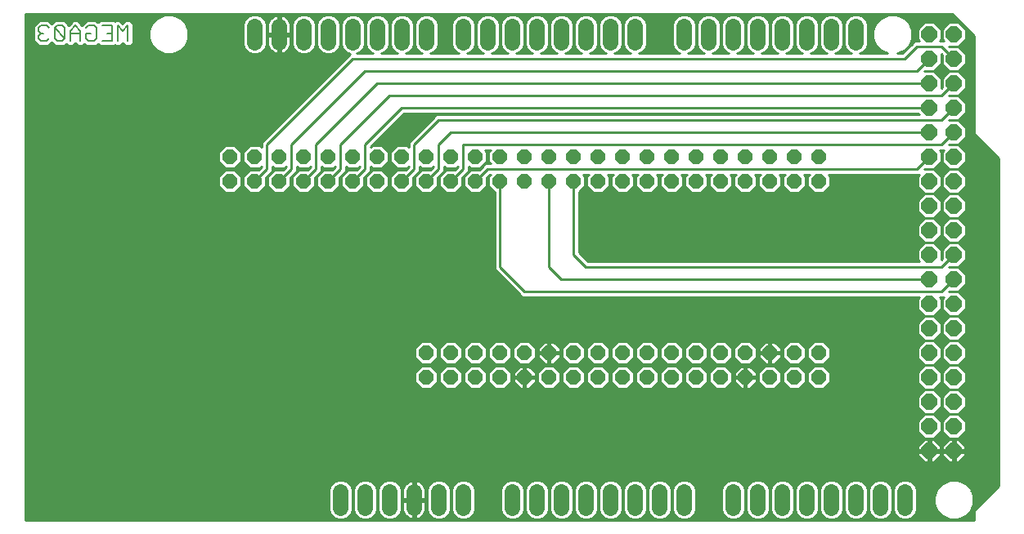
<source format=gbl>
G75*
G70*
%OFA0B0*%
%FSLAX24Y24*%
%IPPOS*%
%LPD*%
%AMOC8*
5,1,8,0,0,1.08239X$1,22.5*
%
%ADD10C,0.0080*%
%ADD11C,0.0640*%
%ADD12OC8,0.0640*%
%ADD13OC8,0.0600*%
%ADD14C,0.0100*%
D10*
X000954Y020541D02*
X001161Y020541D01*
X001264Y020644D01*
X001495Y020644D02*
X001599Y020541D01*
X001806Y020541D01*
X001909Y020644D01*
X001495Y021058D01*
X001495Y020644D01*
X001909Y020644D02*
X001909Y021058D01*
X001806Y021161D01*
X001599Y021161D01*
X001495Y021058D01*
X001264Y021058D02*
X001161Y021161D01*
X000954Y021161D01*
X000851Y021058D01*
X000851Y020954D01*
X000954Y020851D01*
X000851Y020748D01*
X000851Y020644D01*
X000954Y020541D01*
X000954Y020851D02*
X001058Y020851D01*
X002140Y020851D02*
X002553Y020851D01*
X002553Y020954D02*
X002347Y021161D01*
X002140Y020954D01*
X002140Y020541D01*
X002553Y020541D02*
X002553Y020954D01*
X002784Y020851D02*
X002991Y020851D01*
X002784Y020851D02*
X002784Y020644D01*
X002888Y020541D01*
X003095Y020541D01*
X003198Y020644D01*
X003198Y021058D01*
X003095Y021161D01*
X002888Y021161D01*
X002784Y021058D01*
X003429Y021161D02*
X003843Y021161D01*
X003843Y020541D01*
X003429Y020541D01*
X004073Y020541D02*
X004073Y021161D01*
X004280Y020954D01*
X004487Y021161D01*
X004487Y020541D01*
X003843Y020851D02*
X003636Y020851D01*
D11*
X009651Y021126D02*
X009651Y020486D01*
X010651Y020486D02*
X010651Y021126D01*
X011651Y021126D02*
X011651Y020486D01*
X012651Y020486D02*
X012651Y021126D01*
X013651Y021126D02*
X013651Y020486D01*
X014651Y020486D02*
X014651Y021126D01*
X015651Y021126D02*
X015651Y020486D01*
X016651Y020486D02*
X016651Y021126D01*
X018151Y021126D02*
X018151Y020486D01*
X019151Y020486D02*
X019151Y021126D01*
X020151Y021126D02*
X020151Y020486D01*
X021151Y020486D02*
X021151Y021126D01*
X022151Y021126D02*
X022151Y020486D01*
X023151Y020486D02*
X023151Y021126D01*
X024151Y021126D02*
X024151Y020486D01*
X025151Y020486D02*
X025151Y021126D01*
X027151Y021126D02*
X027151Y020486D01*
X028151Y020486D02*
X028151Y021126D01*
X029151Y021126D02*
X029151Y020486D01*
X030151Y020486D02*
X030151Y021126D01*
X031151Y021126D02*
X031151Y020486D01*
X032151Y020486D02*
X032151Y021126D01*
X033151Y021126D02*
X033151Y020486D01*
X034151Y020486D02*
X034151Y021126D01*
X034151Y002126D02*
X034151Y001486D01*
X033151Y001486D02*
X033151Y002126D01*
X032151Y002126D02*
X032151Y001486D01*
X031151Y001486D02*
X031151Y002126D01*
X030151Y002126D02*
X030151Y001486D01*
X029151Y001486D02*
X029151Y002126D01*
X027151Y002126D02*
X027151Y001486D01*
X026151Y001486D02*
X026151Y002126D01*
X025151Y002126D02*
X025151Y001486D01*
X024151Y001486D02*
X024151Y002126D01*
X023151Y002126D02*
X023151Y001486D01*
X022151Y001486D02*
X022151Y002126D01*
X021151Y002126D02*
X021151Y001486D01*
X020151Y001486D02*
X020151Y002126D01*
X018151Y002126D02*
X018151Y001486D01*
X017151Y001486D02*
X017151Y002126D01*
X016151Y002126D02*
X016151Y001486D01*
X015151Y001486D02*
X015151Y002126D01*
X014151Y002126D02*
X014151Y001486D01*
X013151Y001486D02*
X013151Y002126D01*
X035151Y002126D02*
X035151Y001486D01*
X036151Y001486D02*
X036151Y002126D01*
D12*
X037151Y003806D03*
X038151Y003806D03*
X038151Y004806D03*
X037151Y004806D03*
X037151Y005806D03*
X038151Y005806D03*
X038151Y006806D03*
X037151Y006806D03*
X037151Y007806D03*
X038151Y007806D03*
X038151Y008806D03*
X037151Y008806D03*
X037151Y009806D03*
X038151Y009806D03*
X038151Y010806D03*
X037151Y010806D03*
X037151Y011806D03*
X038151Y011806D03*
X038151Y012806D03*
X037151Y012806D03*
X037151Y013806D03*
X038151Y013806D03*
X038151Y014806D03*
X037151Y014806D03*
X037151Y015806D03*
X038151Y015806D03*
X038151Y016806D03*
X037151Y016806D03*
X037151Y017806D03*
X038151Y017806D03*
X038151Y018806D03*
X037151Y018806D03*
X037151Y019806D03*
X038151Y019806D03*
X038151Y020806D03*
X037151Y020806D03*
D13*
X032651Y015806D03*
X031651Y015806D03*
X030651Y015806D03*
X029651Y015806D03*
X028651Y015806D03*
X027651Y015806D03*
X026651Y015806D03*
X025651Y015806D03*
X024651Y015806D03*
X023651Y015806D03*
X022651Y015806D03*
X021651Y015806D03*
X020651Y015806D03*
X019651Y015806D03*
X018651Y015806D03*
X017651Y015806D03*
X016651Y015806D03*
X015651Y015806D03*
X014651Y015806D03*
X013651Y015806D03*
X012651Y015806D03*
X011651Y015806D03*
X010651Y015806D03*
X009651Y015806D03*
X008651Y015806D03*
X008651Y014806D03*
X009651Y014806D03*
X010651Y014806D03*
X011651Y014806D03*
X012651Y014806D03*
X013651Y014806D03*
X014651Y014806D03*
X015651Y014806D03*
X016651Y014806D03*
X017651Y014806D03*
X018651Y014806D03*
X019651Y014806D03*
X020651Y014806D03*
X021651Y014806D03*
X022651Y014806D03*
X023651Y014806D03*
X024651Y014806D03*
X025651Y014806D03*
X026651Y014806D03*
X027651Y014806D03*
X028651Y014806D03*
X029651Y014806D03*
X030651Y014806D03*
X031651Y014806D03*
X032651Y014806D03*
X032651Y007806D03*
X031651Y007806D03*
X030651Y007806D03*
X029651Y007806D03*
X028651Y007806D03*
X027651Y007806D03*
X026651Y007806D03*
X025651Y007806D03*
X024651Y007806D03*
X023651Y007806D03*
X022651Y007806D03*
X021651Y007806D03*
X020651Y007806D03*
X019651Y007806D03*
X018651Y007806D03*
X017651Y007806D03*
X016651Y007806D03*
X016651Y006806D03*
X017651Y006806D03*
X018651Y006806D03*
X019651Y006806D03*
X020651Y006806D03*
X021651Y006806D03*
X022651Y006806D03*
X023651Y006806D03*
X024651Y006806D03*
X025651Y006806D03*
X026651Y006806D03*
X027651Y006806D03*
X028651Y006806D03*
X029651Y006806D03*
X030651Y006806D03*
X031651Y006806D03*
X032651Y006806D03*
D14*
X000321Y000976D02*
X000321Y021636D01*
X038081Y021636D01*
X038981Y020736D01*
X038981Y016736D01*
X039081Y016636D01*
X039981Y015736D01*
X039981Y002377D01*
X039081Y001476D01*
X038981Y001377D01*
X038981Y000976D01*
X000321Y000976D01*
X000321Y001003D02*
X013037Y001003D01*
X013054Y000996D02*
X013249Y000996D01*
X013429Y001071D01*
X013567Y001209D01*
X013641Y001389D01*
X013641Y002224D01*
X013567Y002404D01*
X013429Y002542D01*
X013249Y002616D01*
X013054Y002616D01*
X012874Y002542D01*
X012736Y002404D01*
X012661Y002224D01*
X012661Y001389D01*
X012736Y001209D01*
X012874Y001071D01*
X013054Y000996D01*
X013266Y001003D02*
X014037Y001003D01*
X014054Y000996D02*
X014249Y000996D01*
X014429Y001071D01*
X014567Y001209D01*
X014641Y001389D01*
X014641Y002224D01*
X014567Y002404D01*
X014429Y002542D01*
X014249Y002616D01*
X014054Y002616D01*
X013874Y002542D01*
X013736Y002404D01*
X013661Y002224D01*
X013661Y001389D01*
X013736Y001209D01*
X013874Y001071D01*
X014054Y000996D01*
X014266Y001003D02*
X015037Y001003D01*
X015054Y000996D02*
X015249Y000996D01*
X015429Y001071D01*
X015567Y001209D01*
X015641Y001389D01*
X015641Y002224D01*
X015567Y002404D01*
X015429Y002542D01*
X015249Y002616D01*
X015054Y002616D01*
X014874Y002542D01*
X014736Y002404D01*
X014661Y002224D01*
X014661Y001389D01*
X014736Y001209D01*
X014874Y001071D01*
X015054Y000996D01*
X015266Y001003D02*
X017037Y001003D01*
X017054Y000996D02*
X017249Y000996D01*
X017429Y001071D01*
X017567Y001209D01*
X017641Y001389D01*
X017641Y002224D01*
X017567Y002404D01*
X017429Y002542D01*
X017249Y002616D01*
X017054Y002616D01*
X016874Y002542D01*
X016736Y002404D01*
X016661Y002224D01*
X016661Y001389D01*
X016736Y001209D01*
X016874Y001071D01*
X017054Y000996D01*
X017266Y001003D02*
X018037Y001003D01*
X018054Y000996D02*
X018249Y000996D01*
X018429Y001071D01*
X018567Y001209D01*
X018641Y001389D01*
X018641Y002224D01*
X018567Y002404D01*
X018429Y002542D01*
X018249Y002616D01*
X018054Y002616D01*
X017874Y002542D01*
X017736Y002404D01*
X017661Y002224D01*
X017661Y001389D01*
X017736Y001209D01*
X017874Y001071D01*
X018054Y000996D01*
X018266Y001003D02*
X020037Y001003D01*
X020054Y000996D02*
X020249Y000996D01*
X020429Y001071D01*
X020567Y001209D01*
X020641Y001389D01*
X020641Y002224D01*
X020567Y002404D01*
X020429Y002542D01*
X020249Y002616D01*
X020054Y002616D01*
X019874Y002542D01*
X019736Y002404D01*
X019661Y002224D01*
X019661Y001389D01*
X019736Y001209D01*
X019874Y001071D01*
X020054Y000996D01*
X020266Y001003D02*
X021037Y001003D01*
X021054Y000996D02*
X021249Y000996D01*
X021429Y001071D01*
X021567Y001209D01*
X021641Y001389D01*
X021641Y002224D01*
X021567Y002404D01*
X021429Y002542D01*
X021249Y002616D01*
X021054Y002616D01*
X020874Y002542D01*
X020736Y002404D01*
X020661Y002224D01*
X020661Y001389D01*
X020736Y001209D01*
X020874Y001071D01*
X021054Y000996D01*
X021266Y001003D02*
X022037Y001003D01*
X022054Y000996D02*
X022249Y000996D01*
X022429Y001071D01*
X022567Y001209D01*
X022641Y001389D01*
X022641Y002224D01*
X022567Y002404D01*
X022429Y002542D01*
X022249Y002616D01*
X022054Y002616D01*
X021874Y002542D01*
X021736Y002404D01*
X021661Y002224D01*
X021661Y001389D01*
X021736Y001209D01*
X021874Y001071D01*
X022054Y000996D01*
X022266Y001003D02*
X023037Y001003D01*
X023054Y000996D02*
X023249Y000996D01*
X023429Y001071D01*
X023567Y001209D01*
X023641Y001389D01*
X023641Y002224D01*
X023567Y002404D01*
X023429Y002542D01*
X023249Y002616D01*
X023054Y002616D01*
X022874Y002542D01*
X022736Y002404D01*
X022661Y002224D01*
X022661Y001389D01*
X022736Y001209D01*
X022874Y001071D01*
X023054Y000996D01*
X023266Y001003D02*
X024037Y001003D01*
X024054Y000996D02*
X024249Y000996D01*
X024429Y001071D01*
X024567Y001209D01*
X024641Y001389D01*
X024641Y002224D01*
X024567Y002404D01*
X024429Y002542D01*
X024249Y002616D01*
X024054Y002616D01*
X023874Y002542D01*
X023736Y002404D01*
X023661Y002224D01*
X023661Y001389D01*
X023736Y001209D01*
X023874Y001071D01*
X024054Y000996D01*
X024266Y001003D02*
X025037Y001003D01*
X025054Y000996D02*
X025249Y000996D01*
X025429Y001071D01*
X025567Y001209D01*
X025641Y001389D01*
X025641Y002224D01*
X025567Y002404D01*
X025429Y002542D01*
X025249Y002616D01*
X025054Y002616D01*
X024874Y002542D01*
X024736Y002404D01*
X024661Y002224D01*
X024661Y001389D01*
X024736Y001209D01*
X024874Y001071D01*
X025054Y000996D01*
X025266Y001003D02*
X026037Y001003D01*
X026054Y000996D02*
X026249Y000996D01*
X026429Y001071D01*
X026567Y001209D01*
X026641Y001389D01*
X026641Y002224D01*
X026567Y002404D01*
X026429Y002542D01*
X026249Y002616D01*
X026054Y002616D01*
X025874Y002542D01*
X025736Y002404D01*
X025661Y002224D01*
X025661Y001389D01*
X025736Y001209D01*
X025874Y001071D01*
X026054Y000996D01*
X026266Y001003D02*
X027037Y001003D01*
X027054Y000996D02*
X027249Y000996D01*
X027429Y001071D01*
X027567Y001209D01*
X027641Y001389D01*
X027641Y002224D01*
X027567Y002404D01*
X027429Y002542D01*
X027249Y002616D01*
X027054Y002616D01*
X026874Y002542D01*
X026736Y002404D01*
X026661Y002224D01*
X026661Y001389D01*
X026736Y001209D01*
X026874Y001071D01*
X027054Y000996D01*
X027266Y001003D02*
X029037Y001003D01*
X029054Y000996D02*
X029249Y000996D01*
X029429Y001071D01*
X029567Y001209D01*
X029641Y001389D01*
X029641Y002224D01*
X029567Y002404D01*
X029429Y002542D01*
X029249Y002616D01*
X029054Y002616D01*
X028874Y002542D01*
X028736Y002404D01*
X028661Y002224D01*
X028661Y001389D01*
X028736Y001209D01*
X028874Y001071D01*
X029054Y000996D01*
X029266Y001003D02*
X030037Y001003D01*
X030054Y000996D02*
X030249Y000996D01*
X030429Y001071D01*
X030567Y001209D01*
X030641Y001389D01*
X030641Y002224D01*
X030567Y002404D01*
X030429Y002542D01*
X030249Y002616D01*
X030054Y002616D01*
X029874Y002542D01*
X029736Y002404D01*
X029661Y002224D01*
X029661Y001389D01*
X029736Y001209D01*
X029874Y001071D01*
X030054Y000996D01*
X030266Y001003D02*
X031037Y001003D01*
X031054Y000996D02*
X031249Y000996D01*
X031429Y001071D01*
X031567Y001209D01*
X031641Y001389D01*
X031641Y002224D01*
X031567Y002404D01*
X031429Y002542D01*
X031249Y002616D01*
X031054Y002616D01*
X030874Y002542D01*
X030736Y002404D01*
X030661Y002224D01*
X030661Y001389D01*
X030736Y001209D01*
X030874Y001071D01*
X031054Y000996D01*
X031266Y001003D02*
X032037Y001003D01*
X032054Y000996D02*
X032249Y000996D01*
X032429Y001071D01*
X032567Y001209D01*
X032641Y001389D01*
X032641Y002224D01*
X032567Y002404D01*
X032429Y002542D01*
X032249Y002616D01*
X032054Y002616D01*
X031874Y002542D01*
X031736Y002404D01*
X031661Y002224D01*
X031661Y001389D01*
X031736Y001209D01*
X031874Y001071D01*
X032054Y000996D01*
X032266Y001003D02*
X033037Y001003D01*
X033054Y000996D02*
X033249Y000996D01*
X033429Y001071D01*
X033567Y001209D01*
X033641Y001389D01*
X033641Y002224D01*
X033567Y002404D01*
X033429Y002542D01*
X033249Y002616D01*
X033054Y002616D01*
X032874Y002542D01*
X032736Y002404D01*
X032661Y002224D01*
X032661Y001389D01*
X032736Y001209D01*
X032874Y001071D01*
X033054Y000996D01*
X033266Y001003D02*
X034037Y001003D01*
X034054Y000996D02*
X034249Y000996D01*
X034429Y001071D01*
X034567Y001209D01*
X034641Y001389D01*
X034641Y002224D01*
X034567Y002404D01*
X034429Y002542D01*
X034249Y002616D01*
X034054Y002616D01*
X033874Y002542D01*
X033736Y002404D01*
X033661Y002224D01*
X033661Y001389D01*
X033736Y001209D01*
X033874Y001071D01*
X034054Y000996D01*
X034266Y001003D02*
X035037Y001003D01*
X035054Y000996D02*
X035249Y000996D01*
X035429Y001071D01*
X035567Y001209D01*
X035641Y001389D01*
X035641Y002224D01*
X035567Y002404D01*
X035429Y002542D01*
X035249Y002616D01*
X035054Y002616D01*
X034874Y002542D01*
X034736Y002404D01*
X034661Y002224D01*
X034661Y001389D01*
X034736Y001209D01*
X034874Y001071D01*
X035054Y000996D01*
X035266Y001003D02*
X036037Y001003D01*
X036054Y000996D02*
X036249Y000996D01*
X036429Y001071D01*
X036567Y001209D01*
X036641Y001389D01*
X036641Y002224D01*
X036567Y002404D01*
X036429Y002542D01*
X036249Y002616D01*
X036054Y002616D01*
X035874Y002542D01*
X035736Y002404D01*
X035661Y002224D01*
X035661Y001389D01*
X035736Y001209D01*
X035874Y001071D01*
X036054Y000996D01*
X036266Y001003D02*
X038981Y001003D01*
X038981Y001102D02*
X038541Y001102D01*
X038604Y001128D02*
X038829Y001353D01*
X038951Y001647D01*
X038951Y001965D01*
X038829Y002259D01*
X038604Y002484D01*
X038310Y002606D01*
X037992Y002606D01*
X037698Y002484D01*
X037473Y002259D01*
X037351Y001965D01*
X037351Y001647D01*
X037473Y001353D01*
X037698Y001128D01*
X037992Y001006D01*
X038310Y001006D01*
X038604Y001128D01*
X038677Y001200D02*
X038981Y001200D01*
X038981Y001299D02*
X038775Y001299D01*
X038848Y001398D02*
X039002Y001398D01*
X039101Y001496D02*
X038888Y001496D01*
X038929Y001595D02*
X039199Y001595D01*
X039298Y001693D02*
X038951Y001693D01*
X038951Y001792D02*
X039396Y001792D01*
X039495Y001890D02*
X038951Y001890D01*
X038941Y001989D02*
X039593Y001989D01*
X039692Y002087D02*
X038901Y002087D01*
X038860Y002186D02*
X039790Y002186D01*
X039889Y002284D02*
X038804Y002284D01*
X038706Y002383D02*
X039981Y002383D01*
X039981Y002482D02*
X038607Y002482D01*
X038373Y002580D02*
X039981Y002580D01*
X039981Y002679D02*
X000321Y002679D01*
X000321Y002777D02*
X039981Y002777D01*
X039981Y002876D02*
X000321Y002876D01*
X000321Y002974D02*
X039981Y002974D01*
X039981Y003073D02*
X000321Y003073D01*
X000321Y003171D02*
X039981Y003171D01*
X039981Y003270D02*
X000321Y003270D01*
X000321Y003368D02*
X036924Y003368D01*
X036956Y003336D02*
X037101Y003336D01*
X037101Y003756D01*
X037201Y003756D01*
X037201Y003336D01*
X037346Y003336D01*
X037621Y003612D01*
X037621Y003756D01*
X037201Y003756D01*
X037201Y003856D01*
X037621Y003856D01*
X037621Y004001D01*
X037346Y004276D01*
X037201Y004276D01*
X037201Y003856D01*
X037101Y003856D01*
X037101Y003756D01*
X036681Y003756D01*
X036681Y003612D01*
X036956Y003336D01*
X037101Y003368D02*
X037201Y003368D01*
X037201Y003467D02*
X037101Y003467D01*
X037101Y003566D02*
X037201Y003566D01*
X037201Y003664D02*
X037101Y003664D01*
X037101Y003763D02*
X000321Y003763D01*
X000321Y003861D02*
X036681Y003861D01*
X036681Y003856D02*
X037101Y003856D01*
X037101Y004276D01*
X036956Y004276D01*
X036681Y004001D01*
X036681Y003856D01*
X036681Y003960D02*
X000321Y003960D01*
X000321Y004058D02*
X036738Y004058D01*
X036837Y004157D02*
X000321Y004157D01*
X000321Y004255D02*
X036936Y004255D01*
X036948Y004316D02*
X037354Y004316D01*
X037641Y004603D01*
X037641Y005009D01*
X037354Y005296D01*
X036948Y005296D01*
X036661Y005009D01*
X036661Y004603D01*
X036948Y004316D01*
X036911Y004354D02*
X000321Y004354D01*
X000321Y004452D02*
X036812Y004452D01*
X036714Y004551D02*
X000321Y004551D01*
X000321Y004649D02*
X036661Y004649D01*
X036661Y004748D02*
X000321Y004748D01*
X000321Y004847D02*
X036661Y004847D01*
X036661Y004945D02*
X000321Y004945D01*
X000321Y005044D02*
X036696Y005044D01*
X036794Y005142D02*
X000321Y005142D01*
X000321Y005241D02*
X036893Y005241D01*
X036948Y005316D02*
X037354Y005316D01*
X037641Y005603D01*
X037641Y006009D01*
X037354Y006296D01*
X036948Y006296D01*
X036661Y006009D01*
X036661Y005603D01*
X036948Y005316D01*
X036925Y005339D02*
X000321Y005339D01*
X000321Y005438D02*
X036827Y005438D01*
X036728Y005536D02*
X000321Y005536D01*
X000321Y005635D02*
X036661Y005635D01*
X036661Y005733D02*
X000321Y005733D01*
X000321Y005832D02*
X036661Y005832D01*
X036661Y005931D02*
X000321Y005931D01*
X000321Y006029D02*
X036681Y006029D01*
X036780Y006128D02*
X000321Y006128D01*
X000321Y006226D02*
X036878Y006226D01*
X036948Y006316D02*
X037354Y006316D01*
X037641Y006603D01*
X037641Y007009D01*
X037354Y007296D01*
X036948Y007296D01*
X036661Y007009D01*
X036661Y006603D01*
X036948Y006316D01*
X036940Y006325D02*
X000321Y006325D01*
X000321Y006423D02*
X016370Y006423D01*
X016456Y006336D02*
X016181Y006612D01*
X016181Y007001D01*
X016456Y007276D01*
X016846Y007276D01*
X017121Y007001D01*
X017121Y006612D01*
X016846Y006336D01*
X016456Y006336D01*
X016271Y006522D02*
X000321Y006522D01*
X000321Y006620D02*
X016181Y006620D01*
X016181Y006719D02*
X000321Y006719D01*
X000321Y006817D02*
X016181Y006817D01*
X016181Y006916D02*
X000321Y006916D01*
X000321Y007015D02*
X016195Y007015D01*
X016293Y007113D02*
X000321Y007113D01*
X000321Y007212D02*
X016392Y007212D01*
X016456Y007336D02*
X016846Y007336D01*
X017121Y007612D01*
X017121Y008001D01*
X016846Y008276D01*
X016456Y008276D01*
X016181Y008001D01*
X016181Y007612D01*
X016456Y007336D01*
X016384Y007409D02*
X000321Y007409D01*
X000321Y007507D02*
X016286Y007507D01*
X016187Y007606D02*
X000321Y007606D01*
X000321Y007704D02*
X016181Y007704D01*
X016181Y007803D02*
X000321Y007803D01*
X000321Y007901D02*
X016181Y007901D01*
X016181Y008000D02*
X000321Y008000D01*
X000321Y008099D02*
X016279Y008099D01*
X016377Y008197D02*
X000321Y008197D01*
X000321Y008296D02*
X036948Y008296D01*
X036661Y008009D01*
X036661Y007603D01*
X036948Y007316D01*
X037354Y007316D01*
X037641Y007603D01*
X037641Y008009D01*
X037354Y008296D01*
X036948Y008296D01*
X036948Y008316D02*
X037354Y008316D01*
X037641Y008603D01*
X037641Y009009D01*
X037354Y009296D01*
X036948Y009296D01*
X036661Y009009D01*
X036661Y008603D01*
X036948Y008316D01*
X036870Y008394D02*
X000321Y008394D01*
X000321Y008493D02*
X036772Y008493D01*
X036673Y008591D02*
X000321Y008591D01*
X000321Y008690D02*
X036661Y008690D01*
X036661Y008788D02*
X000321Y008788D01*
X000321Y008887D02*
X036661Y008887D01*
X036661Y008985D02*
X000321Y008985D01*
X000321Y009084D02*
X036736Y009084D01*
X036834Y009182D02*
X000321Y009182D01*
X000321Y009281D02*
X036933Y009281D01*
X036948Y009316D02*
X037354Y009316D01*
X037641Y009603D01*
X037641Y010009D01*
X037564Y010086D01*
X037738Y010086D01*
X037661Y010009D01*
X037661Y009603D01*
X037948Y009316D01*
X038354Y009316D01*
X038641Y009603D01*
X038641Y010009D01*
X038354Y010296D01*
X037952Y010296D01*
X037972Y010316D01*
X038354Y010316D01*
X038641Y010603D01*
X038641Y011009D01*
X038354Y011296D01*
X037952Y011296D01*
X037972Y011316D01*
X038354Y011316D01*
X038641Y011603D01*
X038641Y012009D01*
X038354Y012296D01*
X037948Y012296D01*
X037661Y012009D01*
X037661Y011627D01*
X037641Y011607D01*
X037641Y012009D01*
X037354Y012296D01*
X036948Y012296D01*
X036661Y012009D01*
X036661Y011603D01*
X036738Y011526D01*
X023242Y011526D01*
X022871Y011897D01*
X022871Y014362D01*
X023121Y014612D01*
X023121Y015001D01*
X023036Y015086D01*
X023267Y015086D01*
X023181Y015001D01*
X023181Y014612D01*
X023456Y014336D01*
X023846Y014336D01*
X024121Y014612D01*
X024121Y015001D01*
X024036Y015086D01*
X024267Y015086D01*
X024181Y015001D01*
X024181Y014612D01*
X024456Y014336D01*
X024846Y014336D01*
X025121Y014612D01*
X025121Y015001D01*
X025036Y015086D01*
X025267Y015086D01*
X025181Y015001D01*
X025181Y014612D01*
X025456Y014336D01*
X025846Y014336D01*
X026121Y014612D01*
X026121Y015001D01*
X026036Y015086D01*
X026267Y015086D01*
X026181Y015001D01*
X026181Y014612D01*
X026456Y014336D01*
X026846Y014336D01*
X027121Y014612D01*
X027121Y015001D01*
X027036Y015086D01*
X027267Y015086D01*
X027181Y015001D01*
X027181Y014612D01*
X027456Y014336D01*
X027846Y014336D01*
X028121Y014612D01*
X028121Y015001D01*
X028036Y015086D01*
X028267Y015086D01*
X028181Y015001D01*
X028181Y014612D01*
X028456Y014336D01*
X028846Y014336D01*
X029121Y014612D01*
X029121Y015001D01*
X029036Y015086D01*
X029267Y015086D01*
X029181Y015001D01*
X029181Y014612D01*
X029456Y014336D01*
X029846Y014336D01*
X030121Y014612D01*
X030121Y015001D01*
X030036Y015086D01*
X030267Y015086D01*
X030181Y015001D01*
X030181Y014612D01*
X030456Y014336D01*
X030846Y014336D01*
X031121Y014612D01*
X031121Y015001D01*
X031036Y015086D01*
X031267Y015086D01*
X031181Y015001D01*
X031181Y014612D01*
X031456Y014336D01*
X031846Y014336D01*
X032121Y014612D01*
X032121Y015001D01*
X032036Y015086D01*
X032267Y015086D01*
X032181Y015001D01*
X032181Y014612D01*
X032456Y014336D01*
X032846Y014336D01*
X033121Y014612D01*
X033121Y015001D01*
X033036Y015086D01*
X036560Y015086D01*
X036738Y015086D01*
X036661Y015009D01*
X036661Y014603D01*
X036948Y014316D01*
X037354Y014316D01*
X037641Y014603D01*
X037641Y015009D01*
X037354Y015296D01*
X036952Y015296D01*
X036972Y015316D01*
X037354Y015316D01*
X037641Y015603D01*
X037641Y016009D01*
X037564Y016086D01*
X037738Y016086D01*
X037661Y016009D01*
X037661Y015603D01*
X037948Y015316D01*
X038354Y015316D01*
X038641Y015603D01*
X038641Y016009D01*
X038354Y016296D01*
X037952Y016296D01*
X037972Y016316D01*
X038354Y016316D01*
X038641Y016603D01*
X038641Y017009D01*
X038354Y017296D01*
X037952Y017296D01*
X037972Y017316D01*
X038354Y017316D01*
X038641Y017603D01*
X038641Y018009D01*
X038354Y018296D01*
X037952Y018296D01*
X037972Y018316D01*
X038354Y018316D01*
X038641Y018603D01*
X038641Y019009D01*
X038354Y019296D01*
X037948Y019296D01*
X037661Y019009D01*
X037661Y018627D01*
X037641Y018607D01*
X037641Y019009D01*
X037354Y019296D01*
X036952Y019296D01*
X036972Y019316D01*
X037354Y019316D01*
X037641Y019603D01*
X037641Y020005D01*
X037661Y019985D01*
X037661Y019603D01*
X037948Y019316D01*
X038354Y019316D01*
X038641Y019603D01*
X038641Y020009D01*
X038354Y020296D01*
X037972Y020296D01*
X037952Y020316D01*
X038354Y020316D01*
X038641Y020603D01*
X038641Y021009D01*
X038354Y021296D01*
X037948Y021296D01*
X037661Y021009D01*
X037661Y020603D01*
X037738Y020526D01*
X037564Y020526D01*
X037641Y020603D01*
X037641Y021009D01*
X037354Y021296D01*
X036948Y021296D01*
X036661Y021009D01*
X036661Y020603D01*
X036738Y020526D01*
X036560Y020526D01*
X036431Y020397D01*
X036060Y020026D01*
X035858Y020026D01*
X036104Y020128D01*
X036329Y020353D01*
X036451Y020647D01*
X036451Y020965D01*
X036329Y021259D01*
X036104Y021484D01*
X035810Y021606D01*
X035492Y021606D01*
X035198Y021484D01*
X034973Y021259D01*
X034851Y020965D01*
X034851Y020647D01*
X034973Y020353D01*
X035198Y020128D01*
X035444Y020026D01*
X034321Y020026D01*
X034429Y020071D01*
X034567Y020209D01*
X034641Y020389D01*
X034641Y021224D01*
X034567Y021404D01*
X034429Y021542D01*
X034249Y021616D01*
X034054Y021616D01*
X033874Y021542D01*
X033736Y021404D01*
X033661Y021224D01*
X033661Y020389D01*
X033736Y020209D01*
X033874Y020071D01*
X033981Y020026D01*
X033321Y020026D01*
X033429Y020071D01*
X033567Y020209D01*
X033641Y020389D01*
X033641Y021224D01*
X033567Y021404D01*
X033429Y021542D01*
X033249Y021616D01*
X033054Y021616D01*
X032874Y021542D01*
X032736Y021404D01*
X032661Y021224D01*
X032661Y020389D01*
X032736Y020209D01*
X032874Y020071D01*
X032981Y020026D01*
X032321Y020026D01*
X032429Y020071D01*
X032567Y020209D01*
X032641Y020389D01*
X032641Y021224D01*
X032567Y021404D01*
X032429Y021542D01*
X032249Y021616D01*
X032054Y021616D01*
X031874Y021542D01*
X031736Y021404D01*
X031661Y021224D01*
X031661Y020389D01*
X031736Y020209D01*
X031874Y020071D01*
X031981Y020026D01*
X031321Y020026D01*
X031429Y020071D01*
X031567Y020209D01*
X031641Y020389D01*
X031641Y021224D01*
X031567Y021404D01*
X031429Y021542D01*
X031249Y021616D01*
X031054Y021616D01*
X030874Y021542D01*
X030736Y021404D01*
X030661Y021224D01*
X030661Y020389D01*
X030736Y020209D01*
X030874Y020071D01*
X030981Y020026D01*
X030321Y020026D01*
X030429Y020071D01*
X030567Y020209D01*
X030641Y020389D01*
X030641Y021224D01*
X030567Y021404D01*
X030429Y021542D01*
X030249Y021616D01*
X030054Y021616D01*
X029874Y021542D01*
X029736Y021404D01*
X029661Y021224D01*
X029661Y020389D01*
X029736Y020209D01*
X029874Y020071D01*
X029981Y020026D01*
X029321Y020026D01*
X029429Y020071D01*
X029567Y020209D01*
X029641Y020389D01*
X029641Y021224D01*
X029567Y021404D01*
X029429Y021542D01*
X029249Y021616D01*
X029054Y021616D01*
X028874Y021542D01*
X028736Y021404D01*
X028661Y021224D01*
X028661Y020389D01*
X028736Y020209D01*
X028874Y020071D01*
X028981Y020026D01*
X028321Y020026D01*
X028429Y020071D01*
X028567Y020209D01*
X028641Y020389D01*
X028641Y021224D01*
X028567Y021404D01*
X028429Y021542D01*
X028249Y021616D01*
X028054Y021616D01*
X027874Y021542D01*
X027736Y021404D01*
X027661Y021224D01*
X027661Y020389D01*
X027736Y020209D01*
X027874Y020071D01*
X027981Y020026D01*
X027321Y020026D01*
X027429Y020071D01*
X027567Y020209D01*
X027641Y020389D01*
X027641Y021224D01*
X027567Y021404D01*
X027429Y021542D01*
X027249Y021616D01*
X027054Y021616D01*
X026874Y021542D01*
X026736Y021404D01*
X026661Y021224D01*
X026661Y020389D01*
X026736Y020209D01*
X026874Y020071D01*
X026981Y020026D01*
X025321Y020026D01*
X025429Y020071D01*
X025567Y020209D01*
X025641Y020389D01*
X025641Y021224D01*
X025567Y021404D01*
X025429Y021542D01*
X025249Y021616D01*
X025054Y021616D01*
X024874Y021542D01*
X024736Y021404D01*
X024661Y021224D01*
X024661Y020389D01*
X024736Y020209D01*
X024874Y020071D01*
X024981Y020026D01*
X024321Y020026D01*
X024429Y020071D01*
X024567Y020209D01*
X024641Y020389D01*
X024641Y021224D01*
X024567Y021404D01*
X024429Y021542D01*
X024249Y021616D01*
X024054Y021616D01*
X023874Y021542D01*
X023736Y021404D01*
X023661Y021224D01*
X023661Y020389D01*
X023736Y020209D01*
X023874Y020071D01*
X023981Y020026D01*
X023321Y020026D01*
X023429Y020071D01*
X023567Y020209D01*
X023641Y020389D01*
X023641Y021224D01*
X023567Y021404D01*
X023429Y021542D01*
X023249Y021616D01*
X023054Y021616D01*
X022874Y021542D01*
X022736Y021404D01*
X022661Y021224D01*
X022661Y020389D01*
X022736Y020209D01*
X022874Y020071D01*
X022981Y020026D01*
X022321Y020026D01*
X022429Y020071D01*
X022567Y020209D01*
X022641Y020389D01*
X022641Y021224D01*
X022567Y021404D01*
X022429Y021542D01*
X022249Y021616D01*
X022054Y021616D01*
X021874Y021542D01*
X021736Y021404D01*
X021661Y021224D01*
X021661Y020389D01*
X021736Y020209D01*
X021874Y020071D01*
X021981Y020026D01*
X021321Y020026D01*
X021429Y020071D01*
X021567Y020209D01*
X021641Y020389D01*
X021641Y021224D01*
X021567Y021404D01*
X021429Y021542D01*
X021249Y021616D01*
X021054Y021616D01*
X020874Y021542D01*
X020736Y021404D01*
X020661Y021224D01*
X020661Y020389D01*
X020736Y020209D01*
X020874Y020071D01*
X020981Y020026D01*
X020321Y020026D01*
X020429Y020071D01*
X020567Y020209D01*
X020641Y020389D01*
X020641Y021224D01*
X020567Y021404D01*
X020429Y021542D01*
X020249Y021616D01*
X020054Y021616D01*
X019874Y021542D01*
X019736Y021404D01*
X019661Y021224D01*
X019661Y020389D01*
X019736Y020209D01*
X019874Y020071D01*
X019981Y020026D01*
X019321Y020026D01*
X019429Y020071D01*
X019567Y020209D01*
X019641Y020389D01*
X019641Y021224D01*
X019567Y021404D01*
X019429Y021542D01*
X019249Y021616D01*
X019054Y021616D01*
X018874Y021542D01*
X018736Y021404D01*
X018661Y021224D01*
X018661Y020389D01*
X018736Y020209D01*
X018874Y020071D01*
X018981Y020026D01*
X018321Y020026D01*
X018429Y020071D01*
X018567Y020209D01*
X018641Y020389D01*
X018641Y021224D01*
X018567Y021404D01*
X018429Y021542D01*
X018249Y021616D01*
X018054Y021616D01*
X017874Y021542D01*
X017736Y021404D01*
X017661Y021224D01*
X017661Y020389D01*
X017736Y020209D01*
X017874Y020071D01*
X017981Y020026D01*
X016821Y020026D01*
X016929Y020071D01*
X017067Y020209D01*
X017141Y020389D01*
X017141Y021224D01*
X017067Y021404D01*
X016929Y021542D01*
X016749Y021616D01*
X016554Y021616D01*
X016374Y021542D01*
X016236Y021404D01*
X016161Y021224D01*
X016161Y020389D01*
X016236Y020209D01*
X016374Y020071D01*
X016481Y020026D01*
X015821Y020026D01*
X015929Y020071D01*
X016067Y020209D01*
X016141Y020389D01*
X016141Y021224D01*
X016067Y021404D01*
X015929Y021542D01*
X015749Y021616D01*
X015554Y021616D01*
X015374Y021542D01*
X015236Y021404D01*
X015161Y021224D01*
X015161Y020389D01*
X015236Y020209D01*
X015374Y020071D01*
X015481Y020026D01*
X014821Y020026D01*
X014929Y020071D01*
X015067Y020209D01*
X015141Y020389D01*
X015141Y021224D01*
X015067Y021404D01*
X014929Y021542D01*
X014749Y021616D01*
X014554Y021616D01*
X014374Y021542D01*
X014236Y021404D01*
X014161Y021224D01*
X014161Y020389D01*
X014236Y020209D01*
X014374Y020071D01*
X014481Y020026D01*
X013821Y020026D01*
X013929Y020071D01*
X014067Y020209D01*
X014141Y020389D01*
X014141Y021224D01*
X014067Y021404D01*
X013929Y021542D01*
X013749Y021616D01*
X013554Y021616D01*
X013374Y021542D01*
X013236Y021404D01*
X013161Y021224D01*
X013161Y020389D01*
X013236Y020209D01*
X013374Y020071D01*
X013537Y020003D01*
X013431Y019897D01*
X009931Y016397D01*
X009931Y016215D01*
X009931Y016191D01*
X009846Y016276D01*
X009456Y016276D01*
X009181Y016001D01*
X009181Y015612D01*
X009456Y015336D01*
X009846Y015336D01*
X009931Y015422D01*
X009931Y015397D01*
X009810Y015276D01*
X009456Y015276D01*
X009181Y015001D01*
X009181Y014612D01*
X009456Y014336D01*
X009846Y014336D01*
X010121Y014612D01*
X010121Y014965D01*
X010371Y015215D01*
X010371Y015397D01*
X010371Y015422D01*
X010456Y015336D01*
X010846Y015336D01*
X010931Y015422D01*
X010931Y015397D01*
X010810Y015276D01*
X010456Y015276D01*
X010181Y015001D01*
X010181Y014612D01*
X010456Y014336D01*
X010846Y014336D01*
X011121Y014612D01*
X011121Y014965D01*
X011242Y015086D01*
X011371Y015215D01*
X011371Y015422D01*
X011456Y015336D01*
X011846Y015336D01*
X011931Y015422D01*
X011931Y015397D01*
X011810Y015276D01*
X011456Y015276D01*
X011181Y015001D01*
X011181Y014612D01*
X011456Y014336D01*
X011846Y014336D01*
X012121Y014612D01*
X012121Y014965D01*
X012242Y015086D01*
X012371Y015215D01*
X012371Y015422D01*
X012456Y015336D01*
X012846Y015336D01*
X012931Y015422D01*
X012931Y015397D01*
X012810Y015276D01*
X012456Y015276D01*
X012181Y015001D01*
X012181Y014612D01*
X012456Y014336D01*
X012846Y014336D01*
X013121Y014612D01*
X013121Y014965D01*
X013242Y015086D01*
X013371Y015215D01*
X013371Y015422D01*
X013456Y015336D01*
X013846Y015336D01*
X013931Y015422D01*
X013931Y015397D01*
X013810Y015276D01*
X013456Y015276D01*
X013181Y015001D01*
X013181Y014612D01*
X013456Y014336D01*
X013846Y014336D01*
X014121Y014612D01*
X014121Y014965D01*
X014242Y015086D01*
X014371Y015215D01*
X014371Y015422D01*
X014456Y015336D01*
X014846Y015336D01*
X015121Y015612D01*
X015121Y016001D01*
X014846Y016276D01*
X014456Y016276D01*
X014371Y016191D01*
X014371Y016215D01*
X015742Y017586D01*
X036678Y017586D01*
X036738Y017526D01*
X017060Y017526D01*
X016931Y017397D01*
X015931Y016397D01*
X015931Y016215D01*
X015931Y016191D01*
X015846Y016276D01*
X015456Y016276D01*
X015181Y016001D01*
X015181Y015612D01*
X015456Y015336D01*
X015846Y015336D01*
X015931Y015422D01*
X015931Y015397D01*
X015810Y015276D01*
X015456Y015276D01*
X015181Y015001D01*
X015181Y014612D01*
X015456Y014336D01*
X015846Y014336D01*
X016121Y014612D01*
X016121Y014965D01*
X016242Y015086D01*
X016371Y015215D01*
X016371Y015422D01*
X016456Y015336D01*
X016846Y015336D01*
X016931Y015422D01*
X016931Y015397D01*
X016810Y015276D01*
X016456Y015276D01*
X016181Y015001D01*
X016181Y014612D01*
X016456Y014336D01*
X016846Y014336D01*
X017121Y014612D01*
X017121Y014965D01*
X017242Y015086D01*
X017371Y015215D01*
X017371Y015422D01*
X017456Y015336D01*
X017846Y015336D01*
X017931Y015422D01*
X017931Y015397D01*
X017810Y015276D01*
X017456Y015276D01*
X017181Y015001D01*
X017181Y014612D01*
X017456Y014336D01*
X017846Y014336D01*
X018121Y014612D01*
X018121Y014965D01*
X018242Y015086D01*
X018371Y015215D01*
X018371Y015422D01*
X018456Y015336D01*
X018846Y015336D01*
X019121Y015612D01*
X019121Y016001D01*
X019036Y016086D01*
X019267Y016086D01*
X019181Y016001D01*
X019181Y015612D01*
X019267Y015526D01*
X019060Y015526D01*
X018931Y015397D01*
X018810Y015276D01*
X018456Y015276D01*
X018181Y015001D01*
X018181Y014612D01*
X018456Y014336D01*
X018846Y014336D01*
X019121Y014612D01*
X019121Y014965D01*
X019242Y015086D01*
X019267Y015086D01*
X019181Y015001D01*
X019181Y014612D01*
X019431Y014362D01*
X019431Y011397D01*
X019431Y011215D01*
X020431Y010215D01*
X020560Y010086D01*
X036738Y010086D01*
X036661Y010009D01*
X036661Y009603D01*
X036948Y009316D01*
X036885Y009380D02*
X000321Y009380D01*
X000321Y009478D02*
X036786Y009478D01*
X036688Y009577D02*
X000321Y009577D01*
X000321Y009675D02*
X036661Y009675D01*
X036661Y009774D02*
X000321Y009774D01*
X000321Y009872D02*
X036661Y009872D01*
X036661Y009971D02*
X000321Y009971D01*
X000321Y010069D02*
X036721Y010069D01*
X037581Y010069D02*
X037721Y010069D01*
X037661Y009971D02*
X037641Y009971D01*
X037641Y009872D02*
X037661Y009872D01*
X037661Y009774D02*
X037641Y009774D01*
X037641Y009675D02*
X037661Y009675D01*
X037688Y009577D02*
X037614Y009577D01*
X037516Y009478D02*
X037786Y009478D01*
X037885Y009380D02*
X037417Y009380D01*
X037369Y009281D02*
X037933Y009281D01*
X037948Y009296D02*
X037661Y009009D01*
X037661Y008603D01*
X037948Y008316D01*
X038354Y008316D01*
X038641Y008603D01*
X038641Y009009D01*
X038354Y009296D01*
X037948Y009296D01*
X037834Y009182D02*
X037468Y009182D01*
X037566Y009084D02*
X037736Y009084D01*
X037661Y008985D02*
X037641Y008985D01*
X037641Y008887D02*
X037661Y008887D01*
X037661Y008788D02*
X037641Y008788D01*
X037641Y008690D02*
X037661Y008690D01*
X037673Y008591D02*
X037629Y008591D01*
X037530Y008493D02*
X037772Y008493D01*
X037870Y008394D02*
X037432Y008394D01*
X037355Y008296D02*
X037948Y008296D01*
X037661Y008009D01*
X037661Y007603D01*
X037948Y007316D01*
X038354Y007316D01*
X038641Y007603D01*
X038641Y008009D01*
X038354Y008296D01*
X037948Y008296D01*
X037849Y008197D02*
X037453Y008197D01*
X037552Y008099D02*
X037750Y008099D01*
X037661Y008000D02*
X037641Y008000D01*
X037641Y007901D02*
X037661Y007901D01*
X037661Y007803D02*
X037641Y007803D01*
X037641Y007704D02*
X037661Y007704D01*
X037661Y007606D02*
X037641Y007606D01*
X037545Y007507D02*
X037757Y007507D01*
X037856Y007409D02*
X037446Y007409D01*
X037439Y007212D02*
X037864Y007212D01*
X037948Y007296D02*
X037661Y007009D01*
X037661Y006603D01*
X037948Y006316D01*
X038354Y006316D01*
X038641Y006603D01*
X038641Y007009D01*
X038354Y007296D01*
X037948Y007296D01*
X037765Y007113D02*
X037537Y007113D01*
X037636Y007015D02*
X037666Y007015D01*
X037661Y006916D02*
X037641Y006916D01*
X037641Y006817D02*
X037661Y006817D01*
X037661Y006719D02*
X037641Y006719D01*
X037641Y006620D02*
X037661Y006620D01*
X037743Y006522D02*
X037560Y006522D01*
X037461Y006423D02*
X037841Y006423D01*
X037940Y006325D02*
X037363Y006325D01*
X037424Y006226D02*
X037878Y006226D01*
X037948Y006296D02*
X037661Y006009D01*
X037661Y005603D01*
X037948Y005316D01*
X038354Y005316D01*
X038641Y005603D01*
X038641Y006009D01*
X038354Y006296D01*
X037948Y006296D01*
X037780Y006128D02*
X037523Y006128D01*
X037621Y006029D02*
X037681Y006029D01*
X037661Y005931D02*
X037641Y005931D01*
X037641Y005832D02*
X037661Y005832D01*
X037661Y005733D02*
X037641Y005733D01*
X037641Y005635D02*
X037661Y005635D01*
X037728Y005536D02*
X037574Y005536D01*
X037476Y005438D02*
X037827Y005438D01*
X037925Y005339D02*
X037377Y005339D01*
X037410Y005241D02*
X037893Y005241D01*
X037948Y005296D02*
X037661Y005009D01*
X037661Y004603D01*
X037948Y004316D01*
X038354Y004316D01*
X038641Y004603D01*
X038641Y005009D01*
X038354Y005296D01*
X037948Y005296D01*
X037794Y005142D02*
X037508Y005142D01*
X037607Y005044D02*
X037696Y005044D01*
X037661Y004945D02*
X037641Y004945D01*
X037641Y004847D02*
X037661Y004847D01*
X037661Y004748D02*
X037641Y004748D01*
X037641Y004649D02*
X037661Y004649D01*
X037714Y004551D02*
X037589Y004551D01*
X037490Y004452D02*
X037812Y004452D01*
X037911Y004354D02*
X037392Y004354D01*
X037367Y004255D02*
X037936Y004255D01*
X037956Y004276D02*
X037681Y004001D01*
X037681Y003856D01*
X038101Y003856D01*
X038101Y003756D01*
X038201Y003756D01*
X038201Y003336D01*
X038346Y003336D01*
X038621Y003612D01*
X038621Y003756D01*
X038201Y003756D01*
X038201Y003856D01*
X038621Y003856D01*
X038621Y004001D01*
X038346Y004276D01*
X038201Y004276D01*
X038201Y003856D01*
X038101Y003856D01*
X038101Y004276D01*
X037956Y004276D01*
X038101Y004255D02*
X038201Y004255D01*
X038201Y004157D02*
X038101Y004157D01*
X038101Y004058D02*
X038201Y004058D01*
X038201Y003960D02*
X038101Y003960D01*
X038101Y003861D02*
X038201Y003861D01*
X038201Y003763D02*
X039981Y003763D01*
X039981Y003861D02*
X038621Y003861D01*
X038621Y003960D02*
X039981Y003960D01*
X039981Y004058D02*
X038564Y004058D01*
X038465Y004157D02*
X039981Y004157D01*
X039981Y004255D02*
X038367Y004255D01*
X038392Y004354D02*
X039981Y004354D01*
X039981Y004452D02*
X038490Y004452D01*
X038589Y004551D02*
X039981Y004551D01*
X039981Y004649D02*
X038641Y004649D01*
X038641Y004748D02*
X039981Y004748D01*
X039981Y004847D02*
X038641Y004847D01*
X038641Y004945D02*
X039981Y004945D01*
X039981Y005044D02*
X038607Y005044D01*
X038508Y005142D02*
X039981Y005142D01*
X039981Y005241D02*
X038410Y005241D01*
X038377Y005339D02*
X039981Y005339D01*
X039981Y005438D02*
X038476Y005438D01*
X038574Y005536D02*
X039981Y005536D01*
X039981Y005635D02*
X038641Y005635D01*
X038641Y005733D02*
X039981Y005733D01*
X039981Y005832D02*
X038641Y005832D01*
X038641Y005931D02*
X039981Y005931D01*
X039981Y006029D02*
X038621Y006029D01*
X038523Y006128D02*
X039981Y006128D01*
X039981Y006226D02*
X038424Y006226D01*
X038363Y006325D02*
X039981Y006325D01*
X039981Y006423D02*
X038461Y006423D01*
X038560Y006522D02*
X039981Y006522D01*
X039981Y006620D02*
X038641Y006620D01*
X038641Y006719D02*
X039981Y006719D01*
X039981Y006817D02*
X038641Y006817D01*
X038641Y006916D02*
X039981Y006916D01*
X039981Y007015D02*
X038636Y007015D01*
X038537Y007113D02*
X039981Y007113D01*
X039981Y007212D02*
X038439Y007212D01*
X038446Y007409D02*
X039981Y007409D01*
X039981Y007507D02*
X038545Y007507D01*
X038641Y007606D02*
X039981Y007606D01*
X039981Y007704D02*
X038641Y007704D01*
X038641Y007803D02*
X039981Y007803D01*
X039981Y007901D02*
X038641Y007901D01*
X038641Y008000D02*
X039981Y008000D01*
X039981Y008099D02*
X038552Y008099D01*
X038453Y008197D02*
X039981Y008197D01*
X039981Y008296D02*
X038355Y008296D01*
X038432Y008394D02*
X039981Y008394D01*
X039981Y008493D02*
X038530Y008493D01*
X038629Y008591D02*
X039981Y008591D01*
X039981Y008690D02*
X038641Y008690D01*
X038641Y008788D02*
X039981Y008788D01*
X039981Y008887D02*
X038641Y008887D01*
X038641Y008985D02*
X039981Y008985D01*
X039981Y009084D02*
X038566Y009084D01*
X038468Y009182D02*
X039981Y009182D01*
X039981Y009281D02*
X038369Y009281D01*
X038417Y009380D02*
X039981Y009380D01*
X039981Y009478D02*
X038516Y009478D01*
X038614Y009577D02*
X039981Y009577D01*
X039981Y009675D02*
X038641Y009675D01*
X038641Y009774D02*
X039981Y009774D01*
X039981Y009872D02*
X038641Y009872D01*
X038641Y009971D02*
X039981Y009971D01*
X039981Y010069D02*
X038581Y010069D01*
X038482Y010168D02*
X039981Y010168D01*
X039981Y010266D02*
X038384Y010266D01*
X038403Y010365D02*
X039981Y010365D01*
X039981Y010464D02*
X038501Y010464D01*
X038600Y010562D02*
X039981Y010562D01*
X039981Y010661D02*
X038641Y010661D01*
X038641Y010759D02*
X039981Y010759D01*
X039981Y010858D02*
X038641Y010858D01*
X038641Y010956D02*
X039981Y010956D01*
X039981Y011055D02*
X038596Y011055D01*
X038497Y011153D02*
X039981Y011153D01*
X039981Y011252D02*
X038398Y011252D01*
X038388Y011350D02*
X039981Y011350D01*
X039981Y011449D02*
X038487Y011449D01*
X038585Y011548D02*
X039981Y011548D01*
X039981Y011646D02*
X038641Y011646D01*
X038641Y011745D02*
X039981Y011745D01*
X039981Y011843D02*
X038641Y011843D01*
X038641Y011942D02*
X039981Y011942D01*
X039981Y012040D02*
X038610Y012040D01*
X038512Y012139D02*
X039981Y012139D01*
X039981Y012237D02*
X038413Y012237D01*
X038354Y012316D02*
X038641Y012603D01*
X038641Y013009D01*
X038354Y013296D01*
X037948Y013296D01*
X037661Y013009D01*
X037661Y012603D01*
X037948Y012316D01*
X038354Y012316D01*
X038374Y012336D02*
X039981Y012336D01*
X039981Y012434D02*
X038472Y012434D01*
X038571Y012533D02*
X039981Y012533D01*
X039981Y012631D02*
X038641Y012631D01*
X038641Y012730D02*
X039981Y012730D01*
X039981Y012829D02*
X038641Y012829D01*
X038641Y012927D02*
X039981Y012927D01*
X039981Y013026D02*
X038625Y013026D01*
X038526Y013124D02*
X039981Y013124D01*
X039981Y013223D02*
X038428Y013223D01*
X038354Y013316D02*
X037948Y013316D01*
X037661Y013603D01*
X037661Y014009D01*
X037948Y014296D01*
X038354Y014296D01*
X038641Y014009D01*
X038641Y013603D01*
X038354Y013316D01*
X038359Y013321D02*
X039981Y013321D01*
X039981Y013420D02*
X038458Y013420D01*
X038556Y013518D02*
X039981Y013518D01*
X039981Y013617D02*
X038641Y013617D01*
X038641Y013715D02*
X039981Y013715D01*
X039981Y013814D02*
X038641Y013814D01*
X038641Y013913D02*
X039981Y013913D01*
X039981Y014011D02*
X038639Y014011D01*
X038541Y014110D02*
X039981Y014110D01*
X039981Y014208D02*
X038442Y014208D01*
X038354Y014316D02*
X038641Y014603D01*
X038641Y015009D01*
X038354Y015296D01*
X037948Y015296D01*
X037661Y015009D01*
X037661Y014603D01*
X037948Y014316D01*
X038354Y014316D01*
X038443Y014405D02*
X039981Y014405D01*
X039981Y014307D02*
X022871Y014307D01*
X022871Y014208D02*
X036860Y014208D01*
X036948Y014296D02*
X036661Y014009D01*
X036661Y013603D01*
X036948Y013316D01*
X037354Y013316D01*
X037641Y013603D01*
X037641Y014009D01*
X037354Y014296D01*
X036948Y014296D01*
X036859Y014405D02*
X032915Y014405D01*
X033013Y014504D02*
X036761Y014504D01*
X036662Y014602D02*
X033112Y014602D01*
X033121Y014701D02*
X036661Y014701D01*
X036661Y014799D02*
X033121Y014799D01*
X033121Y014898D02*
X036661Y014898D01*
X036661Y014997D02*
X033121Y014997D01*
X032181Y014997D02*
X032121Y014997D01*
X032121Y014898D02*
X032181Y014898D01*
X032181Y014799D02*
X032121Y014799D01*
X032121Y014701D02*
X032181Y014701D01*
X032190Y014602D02*
X032112Y014602D01*
X032013Y014504D02*
X032289Y014504D01*
X032388Y014405D02*
X031915Y014405D01*
X031388Y014405D02*
X030915Y014405D01*
X031013Y014504D02*
X031289Y014504D01*
X031190Y014602D02*
X031112Y014602D01*
X031121Y014701D02*
X031181Y014701D01*
X031181Y014799D02*
X031121Y014799D01*
X031121Y014898D02*
X031181Y014898D01*
X031181Y014997D02*
X031121Y014997D01*
X030181Y014997D02*
X030121Y014997D01*
X030121Y014898D02*
X030181Y014898D01*
X030181Y014799D02*
X030121Y014799D01*
X030121Y014701D02*
X030181Y014701D01*
X030190Y014602D02*
X030112Y014602D01*
X030013Y014504D02*
X030289Y014504D01*
X030388Y014405D02*
X029915Y014405D01*
X029388Y014405D02*
X028915Y014405D01*
X029013Y014504D02*
X029289Y014504D01*
X029190Y014602D02*
X029112Y014602D01*
X029121Y014701D02*
X029181Y014701D01*
X029181Y014799D02*
X029121Y014799D01*
X029121Y014898D02*
X029181Y014898D01*
X029181Y014997D02*
X029121Y014997D01*
X028181Y014997D02*
X028121Y014997D01*
X028121Y014898D02*
X028181Y014898D01*
X028181Y014799D02*
X028121Y014799D01*
X028121Y014701D02*
X028181Y014701D01*
X028190Y014602D02*
X028112Y014602D01*
X028013Y014504D02*
X028289Y014504D01*
X028388Y014405D02*
X027915Y014405D01*
X027388Y014405D02*
X026915Y014405D01*
X027013Y014504D02*
X027289Y014504D01*
X027190Y014602D02*
X027112Y014602D01*
X027121Y014701D02*
X027181Y014701D01*
X027181Y014799D02*
X027121Y014799D01*
X027121Y014898D02*
X027181Y014898D01*
X027181Y014997D02*
X027121Y014997D01*
X026181Y014997D02*
X026121Y014997D01*
X026121Y014898D02*
X026181Y014898D01*
X026181Y014799D02*
X026121Y014799D01*
X026121Y014701D02*
X026181Y014701D01*
X026190Y014602D02*
X026112Y014602D01*
X026013Y014504D02*
X026289Y014504D01*
X026388Y014405D02*
X025915Y014405D01*
X025388Y014405D02*
X024915Y014405D01*
X025013Y014504D02*
X025289Y014504D01*
X025190Y014602D02*
X025112Y014602D01*
X025121Y014701D02*
X025181Y014701D01*
X025181Y014799D02*
X025121Y014799D01*
X025121Y014898D02*
X025181Y014898D01*
X025181Y014997D02*
X025121Y014997D01*
X024181Y014997D02*
X024121Y014997D01*
X024121Y014898D02*
X024181Y014898D01*
X024181Y014799D02*
X024121Y014799D01*
X024121Y014701D02*
X024181Y014701D01*
X024190Y014602D02*
X024112Y014602D01*
X024013Y014504D02*
X024289Y014504D01*
X024388Y014405D02*
X023915Y014405D01*
X023388Y014405D02*
X022915Y014405D01*
X023013Y014504D02*
X023289Y014504D01*
X023190Y014602D02*
X023112Y014602D01*
X023121Y014701D02*
X023181Y014701D01*
X023181Y014799D02*
X023121Y014799D01*
X023121Y014898D02*
X023181Y014898D01*
X023181Y014997D02*
X023121Y014997D01*
X022651Y014806D02*
X022651Y011806D01*
X023151Y011306D01*
X037651Y011306D01*
X038151Y011806D01*
X037661Y011843D02*
X037641Y011843D01*
X037641Y011745D02*
X037661Y011745D01*
X037661Y011646D02*
X037641Y011646D01*
X037641Y011942D02*
X037661Y011942D01*
X037692Y012040D02*
X037610Y012040D01*
X037512Y012139D02*
X037791Y012139D01*
X037889Y012237D02*
X037413Y012237D01*
X037354Y012316D02*
X037641Y012603D01*
X037641Y013009D01*
X037354Y013296D01*
X036948Y013296D01*
X036661Y013009D01*
X036661Y012603D01*
X036948Y012316D01*
X037354Y012316D01*
X037374Y012336D02*
X037929Y012336D01*
X037830Y012434D02*
X037472Y012434D01*
X037571Y012533D02*
X037732Y012533D01*
X037661Y012631D02*
X037641Y012631D01*
X037641Y012730D02*
X037661Y012730D01*
X037661Y012829D02*
X037641Y012829D01*
X037641Y012927D02*
X037661Y012927D01*
X037678Y013026D02*
X037625Y013026D01*
X037526Y013124D02*
X037776Y013124D01*
X037875Y013223D02*
X037428Y013223D01*
X037359Y013321D02*
X037943Y013321D01*
X037845Y013420D02*
X037458Y013420D01*
X037556Y013518D02*
X037746Y013518D01*
X037661Y013617D02*
X037641Y013617D01*
X037641Y013715D02*
X037661Y013715D01*
X037661Y013814D02*
X037641Y013814D01*
X037641Y013913D02*
X037661Y013913D01*
X037663Y014011D02*
X037639Y014011D01*
X037541Y014110D02*
X037762Y014110D01*
X037860Y014208D02*
X037442Y014208D01*
X037443Y014405D02*
X037859Y014405D01*
X037761Y014504D02*
X037542Y014504D01*
X037640Y014602D02*
X037662Y014602D01*
X037661Y014701D02*
X037641Y014701D01*
X037641Y014799D02*
X037661Y014799D01*
X037661Y014898D02*
X037641Y014898D01*
X037641Y014997D02*
X037661Y014997D01*
X037747Y015095D02*
X037555Y015095D01*
X037457Y015194D02*
X037846Y015194D01*
X037944Y015292D02*
X037358Y015292D01*
X037429Y015391D02*
X037874Y015391D01*
X037775Y015489D02*
X037527Y015489D01*
X037626Y015588D02*
X037677Y015588D01*
X037661Y015686D02*
X037641Y015686D01*
X037641Y015785D02*
X037661Y015785D01*
X037661Y015883D02*
X037641Y015883D01*
X037641Y015982D02*
X037661Y015982D01*
X037733Y016081D02*
X037570Y016081D01*
X037651Y016306D02*
X038151Y016806D01*
X038512Y016475D02*
X039242Y016475D01*
X039144Y016573D02*
X038611Y016573D01*
X038641Y016672D02*
X039045Y016672D01*
X039081Y016636D02*
X039081Y016636D01*
X038981Y016770D02*
X038641Y016770D01*
X038641Y016869D02*
X038981Y016869D01*
X038981Y016967D02*
X038641Y016967D01*
X038584Y017066D02*
X038981Y017066D01*
X038981Y017164D02*
X038486Y017164D01*
X038387Y017263D02*
X038981Y017263D01*
X038981Y017362D02*
X038399Y017362D01*
X038498Y017460D02*
X038981Y017460D01*
X038981Y017559D02*
X038596Y017559D01*
X038641Y017657D02*
X038981Y017657D01*
X038981Y017756D02*
X038641Y017756D01*
X038641Y017854D02*
X038981Y017854D01*
X038981Y017953D02*
X038641Y017953D01*
X038599Y018051D02*
X038981Y018051D01*
X038981Y018150D02*
X038500Y018150D01*
X038402Y018248D02*
X038981Y018248D01*
X038981Y018347D02*
X038385Y018347D01*
X038483Y018446D02*
X038981Y018446D01*
X038981Y018544D02*
X038582Y018544D01*
X038641Y018643D02*
X038981Y018643D01*
X038981Y018741D02*
X038641Y018741D01*
X038641Y018840D02*
X038981Y018840D01*
X038981Y018938D02*
X038641Y018938D01*
X038614Y019037D02*
X038981Y019037D01*
X038981Y019135D02*
X038515Y019135D01*
X038416Y019234D02*
X038981Y019234D01*
X038981Y019332D02*
X038370Y019332D01*
X038469Y019431D02*
X038981Y019431D01*
X038981Y019530D02*
X038567Y019530D01*
X038641Y019628D02*
X038981Y019628D01*
X038981Y019727D02*
X038641Y019727D01*
X038641Y019825D02*
X038981Y019825D01*
X038981Y019924D02*
X038641Y019924D01*
X038628Y020022D02*
X038981Y020022D01*
X038981Y020121D02*
X038530Y020121D01*
X038431Y020219D02*
X038981Y020219D01*
X038981Y020318D02*
X038356Y020318D01*
X038454Y020416D02*
X038981Y020416D01*
X038981Y020515D02*
X038553Y020515D01*
X038641Y020614D02*
X038981Y020614D01*
X038981Y020712D02*
X038641Y020712D01*
X038641Y020811D02*
X038906Y020811D01*
X038808Y020909D02*
X038641Y020909D01*
X038641Y021008D02*
X038709Y021008D01*
X038611Y021106D02*
X038544Y021106D01*
X038512Y021205D02*
X038446Y021205D01*
X038414Y021303D02*
X036285Y021303D01*
X036352Y021205D02*
X036857Y021205D01*
X036758Y021106D02*
X036393Y021106D01*
X036434Y021008D02*
X036661Y021008D01*
X036661Y020909D02*
X036451Y020909D01*
X036451Y020811D02*
X036661Y020811D01*
X036661Y020712D02*
X036451Y020712D01*
X036437Y020614D02*
X036661Y020614D01*
X036549Y020515D02*
X036396Y020515D01*
X036355Y020416D02*
X036450Y020416D01*
X036352Y020318D02*
X036294Y020318D01*
X036253Y020219D02*
X036195Y020219D01*
X036155Y020121D02*
X036086Y020121D01*
X036151Y019806D02*
X036651Y020306D01*
X037651Y020306D01*
X038151Y019806D01*
X037661Y019825D02*
X037641Y019825D01*
X037641Y019727D02*
X037661Y019727D01*
X037661Y019628D02*
X037641Y019628D01*
X037567Y019530D02*
X037735Y019530D01*
X037834Y019431D02*
X037469Y019431D01*
X037370Y019332D02*
X037932Y019332D01*
X037886Y019234D02*
X037416Y019234D01*
X037515Y019135D02*
X037787Y019135D01*
X037689Y019037D02*
X037614Y019037D01*
X037641Y018938D02*
X037661Y018938D01*
X037661Y018840D02*
X037641Y018840D01*
X037641Y018741D02*
X037661Y018741D01*
X037661Y018643D02*
X037641Y018643D01*
X037651Y018306D02*
X038151Y018806D01*
X037651Y018306D02*
X015151Y018306D01*
X013151Y016306D01*
X013151Y015306D01*
X012651Y014806D01*
X012181Y014799D02*
X012121Y014799D01*
X012121Y014701D02*
X012181Y014701D01*
X012190Y014602D02*
X012112Y014602D01*
X012013Y014504D02*
X012289Y014504D01*
X012388Y014405D02*
X011915Y014405D01*
X011651Y014806D02*
X012151Y015306D01*
X012151Y016306D01*
X014651Y018806D01*
X037151Y018806D01*
X036651Y019306D02*
X037151Y019806D01*
X037641Y019924D02*
X037661Y019924D01*
X037641Y020614D02*
X037661Y020614D01*
X037661Y020712D02*
X037641Y020712D01*
X037641Y020811D02*
X037661Y020811D01*
X037661Y020909D02*
X037641Y020909D01*
X037641Y021008D02*
X037661Y021008D01*
X037758Y021106D02*
X037544Y021106D01*
X037446Y021205D02*
X037857Y021205D01*
X038315Y021402D02*
X036187Y021402D01*
X036066Y021500D02*
X038217Y021500D01*
X038118Y021599D02*
X035828Y021599D01*
X035475Y021599D02*
X034290Y021599D01*
X034470Y021500D02*
X035237Y021500D01*
X035115Y021402D02*
X034567Y021402D01*
X034608Y021303D02*
X035017Y021303D01*
X034950Y021205D02*
X034641Y021205D01*
X034641Y021106D02*
X034910Y021106D01*
X034869Y021008D02*
X034641Y021008D01*
X034641Y020909D02*
X034851Y020909D01*
X034851Y020811D02*
X034641Y020811D01*
X034641Y020712D02*
X034851Y020712D01*
X034865Y020614D02*
X034641Y020614D01*
X034641Y020515D02*
X034906Y020515D01*
X034947Y020416D02*
X034641Y020416D01*
X034612Y020318D02*
X035008Y020318D01*
X035107Y020219D02*
X034571Y020219D01*
X034479Y020121D02*
X035216Y020121D01*
X036151Y019806D02*
X013651Y019806D01*
X010151Y016306D01*
X010151Y015306D01*
X009651Y014806D01*
X009181Y014799D02*
X009121Y014799D01*
X009121Y014701D02*
X009181Y014701D01*
X009190Y014602D02*
X009112Y014602D01*
X009121Y014612D02*
X008846Y014336D01*
X008456Y014336D01*
X008181Y014612D01*
X008181Y015001D01*
X008456Y015276D01*
X008846Y015276D01*
X009121Y015001D01*
X009121Y014612D01*
X009013Y014504D02*
X009289Y014504D01*
X009388Y014405D02*
X008915Y014405D01*
X008388Y014405D02*
X000321Y014405D01*
X000321Y014307D02*
X019431Y014307D01*
X019431Y014208D02*
X000321Y014208D01*
X000321Y014110D02*
X019431Y014110D01*
X019431Y014011D02*
X000321Y014011D01*
X000321Y013913D02*
X019431Y013913D01*
X019431Y013814D02*
X000321Y013814D01*
X000321Y013715D02*
X019431Y013715D01*
X019431Y013617D02*
X000321Y013617D01*
X000321Y013518D02*
X019431Y013518D01*
X019431Y013420D02*
X000321Y013420D01*
X000321Y013321D02*
X019431Y013321D01*
X019431Y013223D02*
X000321Y013223D01*
X000321Y013124D02*
X019431Y013124D01*
X019431Y013026D02*
X000321Y013026D01*
X000321Y012927D02*
X019431Y012927D01*
X019431Y012829D02*
X000321Y012829D01*
X000321Y012730D02*
X019431Y012730D01*
X019431Y012631D02*
X000321Y012631D01*
X000321Y012533D02*
X019431Y012533D01*
X019431Y012434D02*
X000321Y012434D01*
X000321Y012336D02*
X019431Y012336D01*
X019431Y012237D02*
X000321Y012237D01*
X000321Y012139D02*
X019431Y012139D01*
X019431Y012040D02*
X000321Y012040D01*
X000321Y011942D02*
X019431Y011942D01*
X019431Y011843D02*
X000321Y011843D01*
X000321Y011745D02*
X019431Y011745D01*
X019431Y011646D02*
X000321Y011646D01*
X000321Y011548D02*
X019431Y011548D01*
X019431Y011449D02*
X000321Y011449D01*
X000321Y011350D02*
X019431Y011350D01*
X019431Y011252D02*
X000321Y011252D01*
X000321Y011153D02*
X019493Y011153D01*
X019592Y011055D02*
X000321Y011055D01*
X000321Y010956D02*
X019690Y010956D01*
X019789Y010858D02*
X000321Y010858D01*
X000321Y010759D02*
X019887Y010759D01*
X019986Y010661D02*
X000321Y010661D01*
X000321Y010562D02*
X020084Y010562D01*
X020183Y010464D02*
X000321Y010464D01*
X000321Y010365D02*
X020281Y010365D01*
X020380Y010266D02*
X000321Y010266D01*
X000321Y010168D02*
X020478Y010168D01*
X020651Y010306D02*
X037651Y010306D01*
X038151Y010806D01*
X037151Y010806D02*
X022151Y010806D01*
X021651Y011306D01*
X021651Y014806D01*
X022871Y014110D02*
X036762Y014110D01*
X036663Y014011D02*
X022871Y014011D01*
X022871Y013913D02*
X036661Y013913D01*
X036661Y013814D02*
X022871Y013814D01*
X022871Y013715D02*
X036661Y013715D01*
X036661Y013617D02*
X022871Y013617D01*
X022871Y013518D02*
X036746Y013518D01*
X036845Y013420D02*
X022871Y013420D01*
X022871Y013321D02*
X036943Y013321D01*
X036875Y013223D02*
X022871Y013223D01*
X022871Y013124D02*
X036776Y013124D01*
X036678Y013026D02*
X022871Y013026D01*
X022871Y012927D02*
X036661Y012927D01*
X036661Y012829D02*
X022871Y012829D01*
X022871Y012730D02*
X036661Y012730D01*
X036661Y012631D02*
X022871Y012631D01*
X022871Y012533D02*
X036732Y012533D01*
X036830Y012434D02*
X022871Y012434D01*
X022871Y012336D02*
X036929Y012336D01*
X036889Y012237D02*
X022871Y012237D01*
X022871Y012139D02*
X036791Y012139D01*
X036692Y012040D02*
X022871Y012040D01*
X022871Y011942D02*
X036661Y011942D01*
X036661Y011843D02*
X022925Y011843D01*
X023024Y011745D02*
X036661Y011745D01*
X036661Y011646D02*
X023122Y011646D01*
X023221Y011548D02*
X036717Y011548D01*
X038542Y014504D02*
X039981Y014504D01*
X039981Y014602D02*
X038640Y014602D01*
X038641Y014701D02*
X039981Y014701D01*
X039981Y014799D02*
X038641Y014799D01*
X038641Y014898D02*
X039981Y014898D01*
X039981Y014997D02*
X038641Y014997D01*
X038555Y015095D02*
X039981Y015095D01*
X039981Y015194D02*
X038457Y015194D01*
X038358Y015292D02*
X039981Y015292D01*
X039981Y015391D02*
X038429Y015391D01*
X038527Y015489D02*
X039981Y015489D01*
X039981Y015588D02*
X038626Y015588D01*
X038641Y015686D02*
X039981Y015686D01*
X039932Y015785D02*
X038641Y015785D01*
X038641Y015883D02*
X039834Y015883D01*
X039735Y015982D02*
X038641Y015982D01*
X038570Y016081D02*
X039637Y016081D01*
X039538Y016179D02*
X038471Y016179D01*
X038373Y016278D02*
X039439Y016278D01*
X039341Y016376D02*
X038414Y016376D01*
X037651Y016306D02*
X018151Y016306D01*
X018151Y015306D01*
X017651Y014806D01*
X017181Y014799D02*
X017121Y014799D01*
X017121Y014701D02*
X017181Y014701D01*
X017190Y014602D02*
X017112Y014602D01*
X017013Y014504D02*
X017289Y014504D01*
X017388Y014405D02*
X016915Y014405D01*
X016651Y014806D02*
X017151Y015306D01*
X017151Y016306D01*
X017651Y016806D01*
X037151Y016806D01*
X037651Y017306D02*
X038151Y017806D01*
X037651Y017306D02*
X017151Y017306D01*
X016151Y016306D01*
X016151Y015306D01*
X015651Y014806D01*
X015181Y014799D02*
X015121Y014799D01*
X015121Y014701D02*
X015181Y014701D01*
X015190Y014602D02*
X015112Y014602D01*
X015121Y014612D02*
X014846Y014336D01*
X014456Y014336D01*
X014181Y014612D01*
X014181Y015001D01*
X014456Y015276D01*
X014846Y015276D01*
X015121Y015001D01*
X015121Y014612D01*
X015013Y014504D02*
X015289Y014504D01*
X015388Y014405D02*
X014915Y014405D01*
X014388Y014405D02*
X013915Y014405D01*
X014013Y014504D02*
X014289Y014504D01*
X014190Y014602D02*
X014112Y014602D01*
X014121Y014701D02*
X014181Y014701D01*
X014181Y014799D02*
X014121Y014799D01*
X014121Y014898D02*
X014181Y014898D01*
X014181Y014997D02*
X014153Y014997D01*
X014251Y015095D02*
X014275Y015095D01*
X014350Y015194D02*
X014374Y015194D01*
X014371Y015292D02*
X015826Y015292D01*
X015900Y015391D02*
X015924Y015391D01*
X016251Y015095D02*
X016275Y015095D01*
X016350Y015194D02*
X016374Y015194D01*
X016371Y015292D02*
X016826Y015292D01*
X016900Y015391D02*
X016924Y015391D01*
X017251Y015095D02*
X017275Y015095D01*
X017350Y015194D02*
X017374Y015194D01*
X017371Y015292D02*
X017826Y015292D01*
X017900Y015391D02*
X017924Y015391D01*
X018251Y015095D02*
X018275Y015095D01*
X018350Y015194D02*
X018374Y015194D01*
X018371Y015292D02*
X018826Y015292D01*
X018900Y015391D02*
X018925Y015391D01*
X018931Y015397D02*
X018931Y015397D01*
X018999Y015489D02*
X019023Y015489D01*
X019097Y015588D02*
X019205Y015588D01*
X019181Y015686D02*
X019121Y015686D01*
X019121Y015785D02*
X019181Y015785D01*
X019181Y015883D02*
X019121Y015883D01*
X019121Y015982D02*
X019181Y015982D01*
X019261Y016081D02*
X019042Y016081D01*
X018402Y015391D02*
X018371Y015391D01*
X018181Y014997D02*
X018153Y014997D01*
X018181Y014898D02*
X018121Y014898D01*
X018121Y014799D02*
X018181Y014799D01*
X018181Y014701D02*
X018121Y014701D01*
X018112Y014602D02*
X018190Y014602D01*
X018289Y014504D02*
X018013Y014504D01*
X017915Y014405D02*
X018388Y014405D01*
X018651Y014806D02*
X019151Y015306D01*
X036651Y015306D01*
X037151Y015806D01*
X036706Y017559D02*
X015715Y017559D01*
X015616Y017460D02*
X016994Y017460D01*
X016895Y017362D02*
X015518Y017362D01*
X015419Y017263D02*
X016797Y017263D01*
X016698Y017164D02*
X015320Y017164D01*
X015222Y017066D02*
X016600Y017066D01*
X016501Y016967D02*
X015123Y016967D01*
X015025Y016869D02*
X016403Y016869D01*
X016304Y016770D02*
X014926Y016770D01*
X014828Y016672D02*
X016206Y016672D01*
X016107Y016573D02*
X014729Y016573D01*
X014631Y016475D02*
X016008Y016475D01*
X015931Y016376D02*
X014532Y016376D01*
X014434Y016278D02*
X015931Y016278D01*
X015359Y016179D02*
X014943Y016179D01*
X015042Y016081D02*
X015261Y016081D01*
X015181Y015982D02*
X015121Y015982D01*
X015121Y015883D02*
X015181Y015883D01*
X015181Y015785D02*
X015121Y015785D01*
X015121Y015686D02*
X015181Y015686D01*
X015205Y015588D02*
X015097Y015588D01*
X014999Y015489D02*
X015304Y015489D01*
X015402Y015391D02*
X014900Y015391D01*
X014928Y015194D02*
X015374Y015194D01*
X015275Y015095D02*
X015027Y015095D01*
X015121Y014997D02*
X015181Y014997D01*
X015181Y014898D02*
X015121Y014898D01*
X014402Y015391D02*
X014371Y015391D01*
X014151Y015306D02*
X014151Y016306D01*
X015651Y017806D01*
X037151Y017806D01*
X036651Y019306D02*
X014151Y019306D01*
X011151Y016306D01*
X011151Y015306D01*
X010651Y014806D01*
X010181Y014799D02*
X010121Y014799D01*
X010121Y014701D02*
X010181Y014701D01*
X010190Y014602D02*
X010112Y014602D01*
X010013Y014504D02*
X010289Y014504D01*
X010388Y014405D02*
X009915Y014405D01*
X010121Y014898D02*
X010181Y014898D01*
X010181Y014997D02*
X010153Y014997D01*
X010251Y015095D02*
X010275Y015095D01*
X010350Y015194D02*
X010374Y015194D01*
X010371Y015292D02*
X010826Y015292D01*
X010900Y015391D02*
X010925Y015391D01*
X011251Y015095D02*
X011275Y015095D01*
X011350Y015194D02*
X011374Y015194D01*
X011371Y015292D02*
X011826Y015292D01*
X011900Y015391D02*
X011925Y015391D01*
X012251Y015095D02*
X012275Y015095D01*
X012350Y015194D02*
X012374Y015194D01*
X012371Y015292D02*
X012826Y015292D01*
X012900Y015391D02*
X012925Y015391D01*
X013251Y015095D02*
X013275Y015095D01*
X013350Y015194D02*
X013374Y015194D01*
X013371Y015292D02*
X013826Y015292D01*
X013900Y015391D02*
X013924Y015391D01*
X014151Y015306D02*
X013651Y014806D01*
X013289Y014504D02*
X013013Y014504D01*
X012915Y014405D02*
X013388Y014405D01*
X013190Y014602D02*
X013112Y014602D01*
X013121Y014701D02*
X013181Y014701D01*
X013181Y014799D02*
X013121Y014799D01*
X013121Y014898D02*
X013181Y014898D01*
X013181Y014997D02*
X013152Y014997D01*
X013371Y015391D02*
X013402Y015391D01*
X012402Y015391D02*
X012371Y015391D01*
X012181Y014997D02*
X012152Y014997D01*
X012121Y014898D02*
X012181Y014898D01*
X011402Y015391D02*
X011371Y015391D01*
X011181Y014997D02*
X011152Y014997D01*
X011121Y014898D02*
X011181Y014898D01*
X011181Y014799D02*
X011121Y014799D01*
X011121Y014701D02*
X011181Y014701D01*
X011190Y014602D02*
X011112Y014602D01*
X011013Y014504D02*
X011289Y014504D01*
X011388Y014405D02*
X010915Y014405D01*
X009826Y015292D02*
X000321Y015292D01*
X000321Y015194D02*
X008374Y015194D01*
X008275Y015095D02*
X000321Y015095D01*
X000321Y014997D02*
X008181Y014997D01*
X008181Y014898D02*
X000321Y014898D01*
X000321Y014799D02*
X008181Y014799D01*
X008181Y014701D02*
X000321Y014701D01*
X000321Y014602D02*
X008190Y014602D01*
X008289Y014504D02*
X000321Y014504D01*
X000321Y015391D02*
X008402Y015391D01*
X008456Y015336D02*
X008846Y015336D01*
X009121Y015612D01*
X009121Y016001D01*
X008846Y016276D01*
X008456Y016276D01*
X008181Y016001D01*
X008181Y015612D01*
X008456Y015336D01*
X008304Y015489D02*
X000321Y015489D01*
X000321Y015588D02*
X008205Y015588D01*
X008181Y015686D02*
X000321Y015686D01*
X000321Y015785D02*
X008181Y015785D01*
X008181Y015883D02*
X000321Y015883D01*
X000321Y015982D02*
X008181Y015982D01*
X008261Y016081D02*
X000321Y016081D01*
X000321Y016179D02*
X008359Y016179D01*
X008943Y016179D02*
X009359Y016179D01*
X009261Y016081D02*
X009042Y016081D01*
X009121Y015982D02*
X009181Y015982D01*
X009181Y015883D02*
X009121Y015883D01*
X009121Y015785D02*
X009181Y015785D01*
X009181Y015686D02*
X009121Y015686D01*
X009097Y015588D02*
X009205Y015588D01*
X009304Y015489D02*
X008999Y015489D01*
X008900Y015391D02*
X009402Y015391D01*
X009374Y015194D02*
X008928Y015194D01*
X009027Y015095D02*
X009275Y015095D01*
X009181Y014997D02*
X009121Y014997D01*
X009121Y014898D02*
X009181Y014898D01*
X009900Y015391D02*
X009924Y015391D01*
X010371Y015391D02*
X010402Y015391D01*
X009931Y016278D02*
X000321Y016278D01*
X000321Y016376D02*
X009931Y016376D01*
X010009Y016475D02*
X000321Y016475D01*
X000321Y016573D02*
X010107Y016573D01*
X010206Y016672D02*
X000321Y016672D01*
X000321Y016770D02*
X010304Y016770D01*
X010403Y016869D02*
X000321Y016869D01*
X000321Y016967D02*
X010501Y016967D01*
X010600Y017066D02*
X000321Y017066D01*
X000321Y017164D02*
X010698Y017164D01*
X010797Y017263D02*
X000321Y017263D01*
X000321Y017362D02*
X010895Y017362D01*
X010994Y017460D02*
X000321Y017460D01*
X000321Y017559D02*
X011092Y017559D01*
X011191Y017657D02*
X000321Y017657D01*
X000321Y017756D02*
X011290Y017756D01*
X011388Y017854D02*
X000321Y017854D01*
X000321Y017953D02*
X011487Y017953D01*
X011585Y018051D02*
X000321Y018051D01*
X000321Y018150D02*
X011684Y018150D01*
X011782Y018248D02*
X000321Y018248D01*
X000321Y018347D02*
X011881Y018347D01*
X011979Y018446D02*
X000321Y018446D01*
X000321Y018544D02*
X012078Y018544D01*
X012176Y018643D02*
X000321Y018643D01*
X000321Y018741D02*
X012275Y018741D01*
X012374Y018840D02*
X000321Y018840D01*
X000321Y018938D02*
X012472Y018938D01*
X012571Y019037D02*
X000321Y019037D01*
X000321Y019135D02*
X012669Y019135D01*
X012768Y019234D02*
X000321Y019234D01*
X000321Y019332D02*
X012866Y019332D01*
X012965Y019431D02*
X000321Y019431D01*
X000321Y019530D02*
X013063Y019530D01*
X013162Y019628D02*
X000321Y019628D01*
X000321Y019727D02*
X013260Y019727D01*
X013359Y019825D02*
X000321Y019825D01*
X000321Y019924D02*
X013458Y019924D01*
X013431Y019897D02*
X013431Y019897D01*
X013491Y020022D02*
X012811Y020022D01*
X012749Y019996D02*
X012929Y020071D01*
X013067Y020209D01*
X013141Y020389D01*
X013141Y021224D01*
X013067Y021404D01*
X012929Y021542D01*
X012749Y021616D01*
X012554Y021616D01*
X012374Y021542D01*
X012236Y021404D01*
X012161Y021224D01*
X012161Y020389D01*
X012236Y020209D01*
X012374Y020071D01*
X012554Y019996D01*
X012749Y019996D01*
X012491Y020022D02*
X011811Y020022D01*
X011749Y019996D02*
X011929Y020071D01*
X012067Y020209D01*
X012141Y020389D01*
X012141Y021224D01*
X012067Y021404D01*
X011929Y021542D01*
X011749Y021616D01*
X011554Y021616D01*
X011374Y021542D01*
X011236Y021404D01*
X011161Y021224D01*
X011161Y020389D01*
X011236Y020209D01*
X011374Y020071D01*
X011554Y019996D01*
X011749Y019996D01*
X011491Y020022D02*
X010726Y020022D01*
X010701Y020022D02*
X010601Y020022D01*
X010601Y020018D02*
X010601Y020756D01*
X010701Y020756D01*
X010701Y020018D01*
X010761Y020028D01*
X010832Y020051D01*
X010897Y020084D01*
X010957Y020128D01*
X011010Y020180D01*
X011053Y020240D01*
X011087Y020306D01*
X011110Y020376D01*
X011121Y020449D01*
X011121Y020756D01*
X010701Y020756D01*
X010701Y020856D01*
X011121Y020856D01*
X011121Y021163D01*
X011110Y021236D01*
X011087Y021307D01*
X011053Y021373D01*
X011010Y021432D01*
X010957Y021485D01*
X010897Y021528D01*
X010832Y021562D01*
X010761Y021585D01*
X010701Y021594D01*
X010701Y020856D01*
X010601Y020856D01*
X010601Y020756D01*
X010181Y020756D01*
X010181Y020449D01*
X010193Y020376D01*
X010216Y020306D01*
X010249Y020240D01*
X010293Y020180D01*
X010345Y020128D01*
X010405Y020084D01*
X010471Y020051D01*
X010541Y020028D01*
X010601Y020018D01*
X010577Y020022D02*
X009811Y020022D01*
X009749Y019996D02*
X009929Y020071D01*
X010067Y020209D01*
X010141Y020389D01*
X010141Y021224D01*
X010067Y021404D01*
X009929Y021542D01*
X009749Y021616D01*
X009554Y021616D01*
X009374Y021542D01*
X009236Y021404D01*
X009161Y021224D01*
X009161Y020389D01*
X009236Y020209D01*
X009374Y020071D01*
X009554Y019996D01*
X009749Y019996D01*
X009491Y020022D02*
X006349Y020022D01*
X006310Y020006D02*
X006604Y020128D01*
X006829Y020353D01*
X006951Y020647D01*
X006951Y020965D01*
X006829Y021259D01*
X006604Y021484D01*
X006310Y021606D01*
X005992Y021606D01*
X005698Y021484D01*
X005473Y021259D01*
X005351Y020965D01*
X005351Y020647D01*
X005473Y020353D01*
X005698Y020128D01*
X005992Y020006D01*
X006310Y020006D01*
X006586Y020121D02*
X009324Y020121D01*
X009231Y020219D02*
X006695Y020219D01*
X006794Y020318D02*
X009191Y020318D01*
X009161Y020416D02*
X006855Y020416D01*
X006896Y020515D02*
X009161Y020515D01*
X009161Y020614D02*
X006937Y020614D01*
X006951Y020712D02*
X009161Y020712D01*
X009161Y020811D02*
X006951Y020811D01*
X006951Y020909D02*
X009161Y020909D01*
X009161Y021008D02*
X006934Y021008D01*
X006893Y021106D02*
X009161Y021106D01*
X009161Y021205D02*
X006852Y021205D01*
X006785Y021303D02*
X009194Y021303D01*
X009235Y021402D02*
X006687Y021402D01*
X006566Y021500D02*
X009332Y021500D01*
X009512Y021599D02*
X006328Y021599D01*
X005975Y021599D02*
X000321Y021599D01*
X000321Y021500D02*
X005737Y021500D01*
X005615Y021402D02*
X000321Y021402D01*
X000321Y021303D02*
X000799Y021303D01*
X000764Y021268D02*
X000641Y021145D01*
X000641Y021041D01*
X000641Y020867D01*
X000657Y020851D01*
X000641Y020834D01*
X000641Y020731D01*
X000641Y020557D01*
X000717Y020481D01*
X000764Y020434D01*
X000791Y020407D01*
X000867Y020331D01*
X001074Y020331D01*
X001248Y020331D01*
X001380Y020463D01*
X001408Y020434D01*
X001408Y020434D01*
X001475Y020368D01*
X001512Y020331D01*
X001686Y020331D01*
X001719Y020331D01*
X001893Y020331D01*
X001973Y020411D01*
X002053Y020331D01*
X002227Y020331D01*
X002347Y020451D01*
X002466Y020331D01*
X002640Y020331D01*
X002721Y020411D01*
X002726Y020405D01*
X002801Y020331D01*
X002975Y020331D01*
X003182Y020331D01*
X003262Y020411D01*
X003342Y020331D01*
X003929Y020331D01*
X003958Y020359D01*
X003986Y020331D01*
X004160Y020331D01*
X004280Y020451D01*
X004400Y020331D01*
X004574Y020331D01*
X004697Y020454D01*
X004697Y021074D01*
X004697Y021248D01*
X004635Y021311D01*
X004574Y021371D01*
X004400Y021371D01*
X004289Y021260D01*
X004280Y021251D01*
X004160Y021371D01*
X003986Y021371D01*
X003958Y021343D01*
X003929Y021371D01*
X003756Y021371D01*
X003342Y021371D01*
X003262Y021291D01*
X003258Y021295D01*
X003182Y021371D01*
X003008Y021371D01*
X002801Y021371D01*
X002678Y021248D01*
X002617Y021188D01*
X002557Y021248D01*
X002557Y021248D01*
X002542Y021263D01*
X002434Y021371D01*
X002434Y021371D01*
X002260Y021371D01*
X002197Y021309D01*
X002137Y021248D01*
X002076Y021188D01*
X002045Y021219D01*
X002016Y021248D01*
X002016Y021248D01*
X001967Y021297D01*
X001893Y021371D01*
X001893Y021371D01*
X001686Y021371D01*
X001512Y021371D01*
X001408Y021268D01*
X001380Y021239D01*
X001371Y021248D01*
X001371Y021248D01*
X001322Y021297D01*
X001248Y021371D01*
X001041Y021371D01*
X000867Y021371D01*
X000764Y021268D01*
X000701Y021205D02*
X000321Y021205D01*
X000321Y021106D02*
X000641Y021106D01*
X000641Y021008D02*
X000321Y021008D01*
X000321Y020909D02*
X000641Y020909D01*
X000641Y020811D02*
X000321Y020811D01*
X000321Y020712D02*
X000641Y020712D01*
X000641Y020614D02*
X000321Y020614D01*
X000321Y020515D02*
X000683Y020515D01*
X000764Y020434D02*
X000764Y020434D01*
X000781Y020416D02*
X000321Y020416D01*
X000321Y020318D02*
X005508Y020318D01*
X005447Y020416D02*
X004660Y020416D01*
X004697Y020515D02*
X005406Y020515D01*
X005365Y020614D02*
X004697Y020614D01*
X004697Y020712D02*
X005351Y020712D01*
X005351Y020811D02*
X004697Y020811D01*
X004697Y020909D02*
X005351Y020909D01*
X005369Y021008D02*
X004697Y021008D01*
X004697Y021106D02*
X005410Y021106D01*
X005450Y021205D02*
X004697Y021205D01*
X004642Y021303D02*
X005517Y021303D01*
X004574Y021371D02*
X004574Y021371D01*
X004332Y021303D02*
X004228Y021303D01*
X003274Y021303D02*
X003249Y021303D01*
X002733Y021303D02*
X002501Y021303D01*
X002600Y021205D02*
X002634Y021205D01*
X002192Y021303D02*
X001960Y021303D01*
X002059Y021205D02*
X002093Y021205D01*
X002137Y021248D02*
X002137Y021248D01*
X001444Y021303D02*
X001316Y021303D01*
X001248Y021371D02*
X001248Y021371D01*
X001334Y020416D02*
X001426Y020416D01*
X001512Y020331D02*
X001512Y020331D01*
X002312Y020416D02*
X002381Y020416D01*
X002801Y020331D02*
X002801Y020331D01*
X004246Y020416D02*
X004314Y020416D01*
X005607Y020219D02*
X000321Y020219D01*
X000321Y020121D02*
X005716Y020121D01*
X005954Y020022D02*
X000321Y020022D01*
X009790Y021599D02*
X011512Y021599D01*
X011332Y021500D02*
X010936Y021500D01*
X011032Y021402D02*
X011235Y021402D01*
X011194Y021303D02*
X011088Y021303D01*
X011115Y021205D02*
X011161Y021205D01*
X011161Y021106D02*
X011121Y021106D01*
X011121Y021008D02*
X011161Y021008D01*
X011161Y020909D02*
X011121Y020909D01*
X011161Y020811D02*
X010701Y020811D01*
X010701Y020909D02*
X010601Y020909D01*
X010601Y020856D02*
X010601Y021594D01*
X010541Y021585D01*
X010471Y021562D01*
X010405Y021528D01*
X010345Y021485D01*
X010293Y021432D01*
X010249Y021373D01*
X010216Y021307D01*
X010193Y021236D01*
X010181Y021163D01*
X010181Y020856D01*
X010601Y020856D01*
X010601Y020811D02*
X010141Y020811D01*
X010141Y020909D02*
X010181Y020909D01*
X010181Y021008D02*
X010141Y021008D01*
X010141Y021106D02*
X010181Y021106D01*
X010188Y021205D02*
X010141Y021205D01*
X010108Y021303D02*
X010215Y021303D01*
X010270Y021402D02*
X010067Y021402D01*
X009970Y021500D02*
X010367Y021500D01*
X010601Y021500D02*
X010701Y021500D01*
X010701Y021402D02*
X010601Y021402D01*
X010601Y021303D02*
X010701Y021303D01*
X010701Y021205D02*
X010601Y021205D01*
X010601Y021106D02*
X010701Y021106D01*
X010701Y021008D02*
X010601Y021008D01*
X010601Y020712D02*
X010701Y020712D01*
X010701Y020614D02*
X010601Y020614D01*
X010601Y020515D02*
X010701Y020515D01*
X010701Y020416D02*
X010601Y020416D01*
X010601Y020318D02*
X010701Y020318D01*
X010701Y020219D02*
X010601Y020219D01*
X010601Y020121D02*
X010701Y020121D01*
X010948Y020121D02*
X011324Y020121D01*
X011231Y020219D02*
X011038Y020219D01*
X011091Y020318D02*
X011191Y020318D01*
X011161Y020416D02*
X011116Y020416D01*
X011121Y020515D02*
X011161Y020515D01*
X011161Y020614D02*
X011121Y020614D01*
X011121Y020712D02*
X011161Y020712D01*
X012141Y020712D02*
X012161Y020712D01*
X012161Y020614D02*
X012141Y020614D01*
X012141Y020515D02*
X012161Y020515D01*
X012161Y020416D02*
X012141Y020416D01*
X012112Y020318D02*
X012191Y020318D01*
X012231Y020219D02*
X012071Y020219D01*
X011979Y020121D02*
X012324Y020121D01*
X012979Y020121D02*
X013324Y020121D01*
X013231Y020219D02*
X013071Y020219D01*
X013112Y020318D02*
X013191Y020318D01*
X013161Y020416D02*
X013141Y020416D01*
X013141Y020515D02*
X013161Y020515D01*
X013161Y020614D02*
X013141Y020614D01*
X013141Y020712D02*
X013161Y020712D01*
X013161Y020811D02*
X013141Y020811D01*
X013141Y020909D02*
X013161Y020909D01*
X013161Y021008D02*
X013141Y021008D01*
X013141Y021106D02*
X013161Y021106D01*
X013161Y021205D02*
X013141Y021205D01*
X013108Y021303D02*
X013194Y021303D01*
X013235Y021402D02*
X013067Y021402D01*
X012970Y021500D02*
X013332Y021500D01*
X013512Y021599D02*
X012790Y021599D01*
X012512Y021599D02*
X011790Y021599D01*
X011970Y021500D02*
X012332Y021500D01*
X012235Y021402D02*
X012067Y021402D01*
X012108Y021303D02*
X012194Y021303D01*
X012161Y021205D02*
X012141Y021205D01*
X012141Y021106D02*
X012161Y021106D01*
X012161Y021008D02*
X012141Y021008D01*
X012141Y020909D02*
X012161Y020909D01*
X012161Y020811D02*
X012141Y020811D01*
X013790Y021599D02*
X014512Y021599D01*
X014332Y021500D02*
X013970Y021500D01*
X014067Y021402D02*
X014235Y021402D01*
X014194Y021303D02*
X014108Y021303D01*
X014141Y021205D02*
X014161Y021205D01*
X014161Y021106D02*
X014141Y021106D01*
X014141Y021008D02*
X014161Y021008D01*
X014161Y020909D02*
X014141Y020909D01*
X014141Y020811D02*
X014161Y020811D01*
X014161Y020712D02*
X014141Y020712D01*
X014141Y020614D02*
X014161Y020614D01*
X014161Y020515D02*
X014141Y020515D01*
X014141Y020416D02*
X014161Y020416D01*
X014191Y020318D02*
X014112Y020318D01*
X014071Y020219D02*
X014231Y020219D01*
X014324Y020121D02*
X013979Y020121D01*
X014979Y020121D02*
X015324Y020121D01*
X015231Y020219D02*
X015071Y020219D01*
X015112Y020318D02*
X015191Y020318D01*
X015161Y020416D02*
X015141Y020416D01*
X015141Y020515D02*
X015161Y020515D01*
X015161Y020614D02*
X015141Y020614D01*
X015141Y020712D02*
X015161Y020712D01*
X015161Y020811D02*
X015141Y020811D01*
X015141Y020909D02*
X015161Y020909D01*
X015161Y021008D02*
X015141Y021008D01*
X015141Y021106D02*
X015161Y021106D01*
X015161Y021205D02*
X015141Y021205D01*
X015108Y021303D02*
X015194Y021303D01*
X015235Y021402D02*
X015067Y021402D01*
X014970Y021500D02*
X015332Y021500D01*
X015512Y021599D02*
X014790Y021599D01*
X015790Y021599D02*
X016512Y021599D01*
X016332Y021500D02*
X015970Y021500D01*
X016067Y021402D02*
X016235Y021402D01*
X016194Y021303D02*
X016108Y021303D01*
X016141Y021205D02*
X016161Y021205D01*
X016161Y021106D02*
X016141Y021106D01*
X016141Y021008D02*
X016161Y021008D01*
X016161Y020909D02*
X016141Y020909D01*
X016141Y020811D02*
X016161Y020811D01*
X016161Y020712D02*
X016141Y020712D01*
X016141Y020614D02*
X016161Y020614D01*
X016161Y020515D02*
X016141Y020515D01*
X016141Y020416D02*
X016161Y020416D01*
X016191Y020318D02*
X016112Y020318D01*
X016071Y020219D02*
X016231Y020219D01*
X016324Y020121D02*
X015979Y020121D01*
X016979Y020121D02*
X017824Y020121D01*
X017731Y020219D02*
X017071Y020219D01*
X017112Y020318D02*
X017691Y020318D01*
X017661Y020416D02*
X017141Y020416D01*
X017141Y020515D02*
X017661Y020515D01*
X017661Y020614D02*
X017141Y020614D01*
X017141Y020712D02*
X017661Y020712D01*
X017661Y020811D02*
X017141Y020811D01*
X017141Y020909D02*
X017661Y020909D01*
X017661Y021008D02*
X017141Y021008D01*
X017141Y021106D02*
X017661Y021106D01*
X017661Y021205D02*
X017141Y021205D01*
X017108Y021303D02*
X017694Y021303D01*
X017735Y021402D02*
X017067Y021402D01*
X016970Y021500D02*
X017832Y021500D01*
X018012Y021599D02*
X016790Y021599D01*
X018290Y021599D02*
X019012Y021599D01*
X018832Y021500D02*
X018470Y021500D01*
X018567Y021402D02*
X018735Y021402D01*
X018694Y021303D02*
X018608Y021303D01*
X018641Y021205D02*
X018661Y021205D01*
X018661Y021106D02*
X018641Y021106D01*
X018641Y021008D02*
X018661Y021008D01*
X018661Y020909D02*
X018641Y020909D01*
X018641Y020811D02*
X018661Y020811D01*
X018661Y020712D02*
X018641Y020712D01*
X018641Y020614D02*
X018661Y020614D01*
X018661Y020515D02*
X018641Y020515D01*
X018641Y020416D02*
X018661Y020416D01*
X018691Y020318D02*
X018612Y020318D01*
X018571Y020219D02*
X018731Y020219D01*
X018824Y020121D02*
X018479Y020121D01*
X019479Y020121D02*
X019824Y020121D01*
X019731Y020219D02*
X019571Y020219D01*
X019612Y020318D02*
X019691Y020318D01*
X019661Y020416D02*
X019641Y020416D01*
X019641Y020515D02*
X019661Y020515D01*
X019661Y020614D02*
X019641Y020614D01*
X019641Y020712D02*
X019661Y020712D01*
X019661Y020811D02*
X019641Y020811D01*
X019641Y020909D02*
X019661Y020909D01*
X019661Y021008D02*
X019641Y021008D01*
X019641Y021106D02*
X019661Y021106D01*
X019661Y021205D02*
X019641Y021205D01*
X019608Y021303D02*
X019694Y021303D01*
X019735Y021402D02*
X019567Y021402D01*
X019470Y021500D02*
X019832Y021500D01*
X020012Y021599D02*
X019290Y021599D01*
X020290Y021599D02*
X021012Y021599D01*
X020832Y021500D02*
X020470Y021500D01*
X020567Y021402D02*
X020735Y021402D01*
X020694Y021303D02*
X020608Y021303D01*
X020641Y021205D02*
X020661Y021205D01*
X020661Y021106D02*
X020641Y021106D01*
X020641Y021008D02*
X020661Y021008D01*
X020661Y020909D02*
X020641Y020909D01*
X020641Y020811D02*
X020661Y020811D01*
X020661Y020712D02*
X020641Y020712D01*
X020641Y020614D02*
X020661Y020614D01*
X020661Y020515D02*
X020641Y020515D01*
X020641Y020416D02*
X020661Y020416D01*
X020691Y020318D02*
X020612Y020318D01*
X020571Y020219D02*
X020731Y020219D01*
X020824Y020121D02*
X020479Y020121D01*
X021479Y020121D02*
X021824Y020121D01*
X021731Y020219D02*
X021571Y020219D01*
X021612Y020318D02*
X021691Y020318D01*
X021661Y020416D02*
X021641Y020416D01*
X021641Y020515D02*
X021661Y020515D01*
X021661Y020614D02*
X021641Y020614D01*
X021641Y020712D02*
X021661Y020712D01*
X021661Y020811D02*
X021641Y020811D01*
X021641Y020909D02*
X021661Y020909D01*
X021661Y021008D02*
X021641Y021008D01*
X021641Y021106D02*
X021661Y021106D01*
X021661Y021205D02*
X021641Y021205D01*
X021608Y021303D02*
X021694Y021303D01*
X021735Y021402D02*
X021567Y021402D01*
X021470Y021500D02*
X021832Y021500D01*
X022012Y021599D02*
X021290Y021599D01*
X022290Y021599D02*
X023012Y021599D01*
X022832Y021500D02*
X022470Y021500D01*
X022567Y021402D02*
X022735Y021402D01*
X022694Y021303D02*
X022608Y021303D01*
X022641Y021205D02*
X022661Y021205D01*
X022661Y021106D02*
X022641Y021106D01*
X022641Y021008D02*
X022661Y021008D01*
X022661Y020909D02*
X022641Y020909D01*
X022641Y020811D02*
X022661Y020811D01*
X022661Y020712D02*
X022641Y020712D01*
X022641Y020614D02*
X022661Y020614D01*
X022661Y020515D02*
X022641Y020515D01*
X022641Y020416D02*
X022661Y020416D01*
X022691Y020318D02*
X022612Y020318D01*
X022571Y020219D02*
X022731Y020219D01*
X022824Y020121D02*
X022479Y020121D01*
X023479Y020121D02*
X023824Y020121D01*
X023731Y020219D02*
X023571Y020219D01*
X023612Y020318D02*
X023691Y020318D01*
X023661Y020416D02*
X023641Y020416D01*
X023641Y020515D02*
X023661Y020515D01*
X023661Y020614D02*
X023641Y020614D01*
X023641Y020712D02*
X023661Y020712D01*
X023661Y020811D02*
X023641Y020811D01*
X023641Y020909D02*
X023661Y020909D01*
X023661Y021008D02*
X023641Y021008D01*
X023641Y021106D02*
X023661Y021106D01*
X023661Y021205D02*
X023641Y021205D01*
X023608Y021303D02*
X023694Y021303D01*
X023735Y021402D02*
X023567Y021402D01*
X023470Y021500D02*
X023832Y021500D01*
X024012Y021599D02*
X023290Y021599D01*
X024290Y021599D02*
X025012Y021599D01*
X024832Y021500D02*
X024470Y021500D01*
X024567Y021402D02*
X024735Y021402D01*
X024694Y021303D02*
X024608Y021303D01*
X024641Y021205D02*
X024661Y021205D01*
X024661Y021106D02*
X024641Y021106D01*
X024641Y021008D02*
X024661Y021008D01*
X024661Y020909D02*
X024641Y020909D01*
X024641Y020811D02*
X024661Y020811D01*
X024661Y020712D02*
X024641Y020712D01*
X024641Y020614D02*
X024661Y020614D01*
X024661Y020515D02*
X024641Y020515D01*
X024641Y020416D02*
X024661Y020416D01*
X024691Y020318D02*
X024612Y020318D01*
X024571Y020219D02*
X024731Y020219D01*
X024824Y020121D02*
X024479Y020121D01*
X025479Y020121D02*
X026824Y020121D01*
X026731Y020219D02*
X025571Y020219D01*
X025612Y020318D02*
X026691Y020318D01*
X026661Y020416D02*
X025641Y020416D01*
X025641Y020515D02*
X026661Y020515D01*
X026661Y020614D02*
X025641Y020614D01*
X025641Y020712D02*
X026661Y020712D01*
X026661Y020811D02*
X025641Y020811D01*
X025641Y020909D02*
X026661Y020909D01*
X026661Y021008D02*
X025641Y021008D01*
X025641Y021106D02*
X026661Y021106D01*
X026661Y021205D02*
X025641Y021205D01*
X025608Y021303D02*
X026694Y021303D01*
X026735Y021402D02*
X025567Y021402D01*
X025470Y021500D02*
X026832Y021500D01*
X027012Y021599D02*
X025290Y021599D01*
X027290Y021599D02*
X028012Y021599D01*
X027832Y021500D02*
X027470Y021500D01*
X027567Y021402D02*
X027735Y021402D01*
X027694Y021303D02*
X027608Y021303D01*
X027641Y021205D02*
X027661Y021205D01*
X027661Y021106D02*
X027641Y021106D01*
X027641Y021008D02*
X027661Y021008D01*
X027661Y020909D02*
X027641Y020909D01*
X027641Y020811D02*
X027661Y020811D01*
X027661Y020712D02*
X027641Y020712D01*
X027641Y020614D02*
X027661Y020614D01*
X027661Y020515D02*
X027641Y020515D01*
X027641Y020416D02*
X027661Y020416D01*
X027691Y020318D02*
X027612Y020318D01*
X027571Y020219D02*
X027731Y020219D01*
X027824Y020121D02*
X027479Y020121D01*
X028479Y020121D02*
X028824Y020121D01*
X028731Y020219D02*
X028571Y020219D01*
X028612Y020318D02*
X028691Y020318D01*
X028661Y020416D02*
X028641Y020416D01*
X028641Y020515D02*
X028661Y020515D01*
X028661Y020614D02*
X028641Y020614D01*
X028641Y020712D02*
X028661Y020712D01*
X028661Y020811D02*
X028641Y020811D01*
X028641Y020909D02*
X028661Y020909D01*
X028661Y021008D02*
X028641Y021008D01*
X028641Y021106D02*
X028661Y021106D01*
X028661Y021205D02*
X028641Y021205D01*
X028608Y021303D02*
X028694Y021303D01*
X028735Y021402D02*
X028567Y021402D01*
X028470Y021500D02*
X028832Y021500D01*
X029012Y021599D02*
X028290Y021599D01*
X029290Y021599D02*
X030012Y021599D01*
X029832Y021500D02*
X029470Y021500D01*
X029567Y021402D02*
X029735Y021402D01*
X029694Y021303D02*
X029608Y021303D01*
X029641Y021205D02*
X029661Y021205D01*
X029661Y021106D02*
X029641Y021106D01*
X029641Y021008D02*
X029661Y021008D01*
X029661Y020909D02*
X029641Y020909D01*
X029641Y020811D02*
X029661Y020811D01*
X029661Y020712D02*
X029641Y020712D01*
X029641Y020614D02*
X029661Y020614D01*
X029661Y020515D02*
X029641Y020515D01*
X029641Y020416D02*
X029661Y020416D01*
X029691Y020318D02*
X029612Y020318D01*
X029571Y020219D02*
X029731Y020219D01*
X029824Y020121D02*
X029479Y020121D01*
X030479Y020121D02*
X030824Y020121D01*
X030731Y020219D02*
X030571Y020219D01*
X030612Y020318D02*
X030691Y020318D01*
X030661Y020416D02*
X030641Y020416D01*
X030641Y020515D02*
X030661Y020515D01*
X030661Y020614D02*
X030641Y020614D01*
X030641Y020712D02*
X030661Y020712D01*
X030661Y020811D02*
X030641Y020811D01*
X030641Y020909D02*
X030661Y020909D01*
X030661Y021008D02*
X030641Y021008D01*
X030641Y021106D02*
X030661Y021106D01*
X030661Y021205D02*
X030641Y021205D01*
X030608Y021303D02*
X030694Y021303D01*
X030735Y021402D02*
X030567Y021402D01*
X030470Y021500D02*
X030832Y021500D01*
X031012Y021599D02*
X030290Y021599D01*
X031290Y021599D02*
X032012Y021599D01*
X031832Y021500D02*
X031470Y021500D01*
X031567Y021402D02*
X031735Y021402D01*
X031694Y021303D02*
X031608Y021303D01*
X031641Y021205D02*
X031661Y021205D01*
X031661Y021106D02*
X031641Y021106D01*
X031641Y021008D02*
X031661Y021008D01*
X031661Y020909D02*
X031641Y020909D01*
X031641Y020811D02*
X031661Y020811D01*
X031661Y020712D02*
X031641Y020712D01*
X031641Y020614D02*
X031661Y020614D01*
X031661Y020515D02*
X031641Y020515D01*
X031641Y020416D02*
X031661Y020416D01*
X031691Y020318D02*
X031612Y020318D01*
X031571Y020219D02*
X031731Y020219D01*
X031824Y020121D02*
X031479Y020121D01*
X032479Y020121D02*
X032824Y020121D01*
X032731Y020219D02*
X032571Y020219D01*
X032612Y020318D02*
X032691Y020318D01*
X032661Y020416D02*
X032641Y020416D01*
X032641Y020515D02*
X032661Y020515D01*
X032661Y020614D02*
X032641Y020614D01*
X032641Y020712D02*
X032661Y020712D01*
X032661Y020811D02*
X032641Y020811D01*
X032641Y020909D02*
X032661Y020909D01*
X032661Y021008D02*
X032641Y021008D01*
X032641Y021106D02*
X032661Y021106D01*
X032661Y021205D02*
X032641Y021205D01*
X032608Y021303D02*
X032694Y021303D01*
X032735Y021402D02*
X032567Y021402D01*
X032470Y021500D02*
X032832Y021500D01*
X033012Y021599D02*
X032290Y021599D01*
X033290Y021599D02*
X034012Y021599D01*
X033832Y021500D02*
X033470Y021500D01*
X033567Y021402D02*
X033735Y021402D01*
X033694Y021303D02*
X033608Y021303D01*
X033641Y021205D02*
X033661Y021205D01*
X033661Y021106D02*
X033641Y021106D01*
X033641Y021008D02*
X033661Y021008D01*
X033661Y020909D02*
X033641Y020909D01*
X033641Y020811D02*
X033661Y020811D01*
X033661Y020712D02*
X033641Y020712D01*
X033641Y020614D02*
X033661Y020614D01*
X033661Y020515D02*
X033641Y020515D01*
X033641Y020416D02*
X033661Y020416D01*
X033691Y020318D02*
X033612Y020318D01*
X033571Y020219D02*
X033731Y020219D01*
X033824Y020121D02*
X033479Y020121D01*
X019651Y014806D02*
X019651Y011306D01*
X020651Y010306D01*
X020456Y008276D02*
X020181Y008001D01*
X020181Y007612D01*
X020456Y007336D01*
X020846Y007336D01*
X021121Y007612D01*
X021121Y008001D01*
X020846Y008276D01*
X020456Y008276D01*
X020377Y008197D02*
X019925Y008197D01*
X019846Y008276D02*
X020121Y008001D01*
X020121Y007612D01*
X019846Y007336D01*
X019456Y007336D01*
X019181Y007612D01*
X019181Y008001D01*
X019456Y008276D01*
X019846Y008276D01*
X020024Y008099D02*
X020279Y008099D01*
X020181Y008000D02*
X020121Y008000D01*
X020121Y007901D02*
X020181Y007901D01*
X020181Y007803D02*
X020121Y007803D01*
X020121Y007704D02*
X020181Y007704D01*
X020187Y007606D02*
X020115Y007606D01*
X020017Y007507D02*
X020286Y007507D01*
X020384Y007409D02*
X019918Y007409D01*
X019846Y007276D02*
X019456Y007276D01*
X019181Y007001D01*
X019181Y006612D01*
X019456Y006336D01*
X019846Y006336D01*
X020121Y006612D01*
X020121Y007001D01*
X019846Y007276D01*
X019910Y007212D02*
X020420Y007212D01*
X020465Y007256D02*
X020201Y006993D01*
X020201Y006846D01*
X020611Y006846D01*
X020611Y006766D01*
X020691Y006766D01*
X020691Y006356D01*
X020838Y006356D01*
X021101Y006620D01*
X021101Y006766D01*
X020691Y006766D01*
X020691Y006846D01*
X021101Y006846D01*
X021101Y006993D01*
X020838Y007256D01*
X020691Y007256D01*
X020691Y006847D01*
X020611Y006847D01*
X020611Y007256D01*
X020465Y007256D01*
X020611Y007212D02*
X020691Y007212D01*
X020691Y007113D02*
X020611Y007113D01*
X020611Y007015D02*
X020691Y007015D01*
X020691Y006916D02*
X020611Y006916D01*
X020611Y006817D02*
X020121Y006817D01*
X020201Y006766D02*
X020201Y006620D01*
X020465Y006356D01*
X020611Y006356D01*
X020611Y006766D01*
X020201Y006766D01*
X020201Y006719D02*
X020121Y006719D01*
X020121Y006620D02*
X020201Y006620D01*
X020299Y006522D02*
X020031Y006522D01*
X019933Y006423D02*
X020398Y006423D01*
X020611Y006423D02*
X020691Y006423D01*
X020691Y006522D02*
X020611Y006522D01*
X020611Y006620D02*
X020691Y006620D01*
X020691Y006719D02*
X020611Y006719D01*
X020691Y006817D02*
X021181Y006817D01*
X021181Y006719D02*
X021101Y006719D01*
X021101Y006620D02*
X021181Y006620D01*
X021181Y006612D02*
X021456Y006336D01*
X021846Y006336D01*
X022121Y006612D01*
X022121Y007001D01*
X021846Y007276D01*
X021456Y007276D01*
X021181Y007001D01*
X021181Y006612D01*
X021271Y006522D02*
X021003Y006522D01*
X020905Y006423D02*
X021370Y006423D01*
X021181Y006916D02*
X021101Y006916D01*
X021079Y007015D02*
X021195Y007015D01*
X021293Y007113D02*
X020981Y007113D01*
X020882Y007212D02*
X021392Y007212D01*
X021465Y007356D02*
X021611Y007356D01*
X021611Y007766D01*
X021691Y007766D01*
X021691Y007356D01*
X021838Y007356D01*
X022101Y007620D01*
X022101Y007766D01*
X021691Y007766D01*
X021691Y007846D01*
X022101Y007846D01*
X022101Y007993D01*
X021838Y008256D01*
X021691Y008256D01*
X021691Y007847D01*
X021611Y007847D01*
X021611Y008256D01*
X021465Y008256D01*
X021201Y007993D01*
X021201Y007846D01*
X021611Y007846D01*
X021611Y007766D01*
X021201Y007766D01*
X021201Y007620D01*
X021465Y007356D01*
X021412Y007409D02*
X020918Y007409D01*
X021017Y007507D02*
X021314Y007507D01*
X021215Y007606D02*
X021115Y007606D01*
X021121Y007704D02*
X021201Y007704D01*
X021121Y007803D02*
X021611Y007803D01*
X021691Y007803D02*
X022181Y007803D01*
X022181Y007901D02*
X022101Y007901D01*
X022094Y008000D02*
X022181Y008000D01*
X022181Y008001D02*
X022181Y007612D01*
X022456Y007336D01*
X022846Y007336D01*
X023121Y007612D01*
X023121Y008001D01*
X022846Y008276D01*
X022456Y008276D01*
X022181Y008001D01*
X022279Y008099D02*
X021995Y008099D01*
X021897Y008197D02*
X022377Y008197D01*
X022925Y008197D02*
X023377Y008197D01*
X023456Y008276D02*
X023181Y008001D01*
X023181Y007612D01*
X023456Y007336D01*
X023846Y007336D01*
X024121Y007612D01*
X024121Y008001D01*
X023846Y008276D01*
X023456Y008276D01*
X023279Y008099D02*
X023024Y008099D01*
X023121Y008000D02*
X023181Y008000D01*
X023181Y007901D02*
X023121Y007901D01*
X023121Y007803D02*
X023181Y007803D01*
X023181Y007704D02*
X023121Y007704D01*
X023115Y007606D02*
X023187Y007606D01*
X023286Y007507D02*
X023017Y007507D01*
X022918Y007409D02*
X023384Y007409D01*
X023456Y007276D02*
X023181Y007001D01*
X023181Y006612D01*
X023456Y006336D01*
X023846Y006336D01*
X024121Y006612D01*
X024121Y007001D01*
X023846Y007276D01*
X023456Y007276D01*
X023392Y007212D02*
X022910Y007212D01*
X022846Y007276D02*
X022456Y007276D01*
X022181Y007001D01*
X022181Y006612D01*
X022456Y006336D01*
X022846Y006336D01*
X023121Y006612D01*
X023121Y007001D01*
X022846Y007276D01*
X023009Y007113D02*
X023293Y007113D01*
X023195Y007015D02*
X023108Y007015D01*
X023121Y006916D02*
X023181Y006916D01*
X023181Y006817D02*
X023121Y006817D01*
X023121Y006719D02*
X023181Y006719D01*
X023181Y006620D02*
X023121Y006620D01*
X023031Y006522D02*
X023271Y006522D01*
X023370Y006423D02*
X022933Y006423D01*
X022370Y006423D02*
X021933Y006423D01*
X022031Y006522D02*
X022271Y006522D01*
X022181Y006620D02*
X022121Y006620D01*
X022121Y006719D02*
X022181Y006719D01*
X022181Y006817D02*
X022121Y006817D01*
X022121Y006916D02*
X022181Y006916D01*
X022195Y007015D02*
X022108Y007015D01*
X022009Y007113D02*
X022293Y007113D01*
X022392Y007212D02*
X021910Y007212D01*
X021890Y007409D02*
X022384Y007409D01*
X022286Y007507D02*
X021989Y007507D01*
X022087Y007606D02*
X022187Y007606D01*
X022181Y007704D02*
X022101Y007704D01*
X021691Y007704D02*
X021611Y007704D01*
X021611Y007606D02*
X021691Y007606D01*
X021691Y007507D02*
X021611Y007507D01*
X021611Y007409D02*
X021691Y007409D01*
X021691Y007901D02*
X021611Y007901D01*
X021611Y008000D02*
X021691Y008000D01*
X021691Y008099D02*
X021611Y008099D01*
X021611Y008197D02*
X021691Y008197D01*
X021406Y008197D02*
X020925Y008197D01*
X021024Y008099D02*
X021307Y008099D01*
X021208Y008000D02*
X021121Y008000D01*
X021121Y007901D02*
X021201Y007901D01*
X020322Y007113D02*
X020009Y007113D01*
X020108Y007015D02*
X020223Y007015D01*
X020201Y006916D02*
X020121Y006916D01*
X019392Y007212D02*
X018910Y007212D01*
X018846Y007276D02*
X018456Y007276D01*
X018181Y007001D01*
X018181Y006612D01*
X018456Y006336D01*
X018846Y006336D01*
X019121Y006612D01*
X019121Y007001D01*
X018846Y007276D01*
X018846Y007336D02*
X018456Y007336D01*
X018181Y007612D01*
X018181Y008001D01*
X018456Y008276D01*
X018846Y008276D01*
X019121Y008001D01*
X019121Y007612D01*
X018846Y007336D01*
X018918Y007409D02*
X019384Y007409D01*
X019286Y007507D02*
X019017Y007507D01*
X019115Y007606D02*
X019187Y007606D01*
X019181Y007704D02*
X019121Y007704D01*
X019121Y007803D02*
X019181Y007803D01*
X019181Y007901D02*
X019121Y007901D01*
X019121Y008000D02*
X019181Y008000D01*
X019279Y008099D02*
X019024Y008099D01*
X018925Y008197D02*
X019377Y008197D01*
X018377Y008197D02*
X017925Y008197D01*
X017846Y008276D02*
X018121Y008001D01*
X018121Y007612D01*
X017846Y007336D01*
X017456Y007336D01*
X017181Y007612D01*
X017181Y008001D01*
X017456Y008276D01*
X017846Y008276D01*
X018024Y008099D02*
X018279Y008099D01*
X018181Y008000D02*
X018121Y008000D01*
X018121Y007901D02*
X018181Y007901D01*
X018181Y007803D02*
X018121Y007803D01*
X018121Y007704D02*
X018181Y007704D01*
X018187Y007606D02*
X018115Y007606D01*
X018017Y007507D02*
X018286Y007507D01*
X018384Y007409D02*
X017918Y007409D01*
X017846Y007276D02*
X017456Y007276D01*
X017181Y007001D01*
X017181Y006612D01*
X017456Y006336D01*
X017846Y006336D01*
X018121Y006612D01*
X018121Y007001D01*
X017846Y007276D01*
X017910Y007212D02*
X018392Y007212D01*
X018293Y007113D02*
X018009Y007113D01*
X018108Y007015D02*
X018195Y007015D01*
X018181Y006916D02*
X018121Y006916D01*
X018121Y006817D02*
X018181Y006817D01*
X018181Y006719D02*
X018121Y006719D01*
X018121Y006620D02*
X018181Y006620D01*
X018271Y006522D02*
X018031Y006522D01*
X017933Y006423D02*
X018370Y006423D01*
X018933Y006423D02*
X019370Y006423D01*
X019271Y006522D02*
X019031Y006522D01*
X019121Y006620D02*
X019181Y006620D01*
X019181Y006719D02*
X019121Y006719D01*
X019121Y006817D02*
X019181Y006817D01*
X019181Y006916D02*
X019121Y006916D01*
X019108Y007015D02*
X019195Y007015D01*
X019293Y007113D02*
X019009Y007113D01*
X017392Y007212D02*
X016910Y007212D01*
X017009Y007113D02*
X017293Y007113D01*
X017195Y007015D02*
X017108Y007015D01*
X017121Y006916D02*
X017181Y006916D01*
X017181Y006817D02*
X017121Y006817D01*
X017121Y006719D02*
X017181Y006719D01*
X017181Y006620D02*
X017121Y006620D01*
X017031Y006522D02*
X017271Y006522D01*
X017370Y006423D02*
X016933Y006423D01*
X016918Y007409D02*
X017384Y007409D01*
X017286Y007507D02*
X017017Y007507D01*
X017115Y007606D02*
X017187Y007606D01*
X017181Y007704D02*
X017121Y007704D01*
X017121Y007803D02*
X017181Y007803D01*
X017181Y007901D02*
X017121Y007901D01*
X017121Y008000D02*
X017181Y008000D01*
X017279Y008099D02*
X017024Y008099D01*
X016925Y008197D02*
X017377Y008197D01*
X023925Y008197D02*
X024377Y008197D01*
X024456Y008276D02*
X024181Y008001D01*
X024181Y007612D01*
X024456Y007336D01*
X024846Y007336D01*
X025121Y007612D01*
X025121Y008001D01*
X024846Y008276D01*
X024456Y008276D01*
X024279Y008099D02*
X024024Y008099D01*
X024121Y008000D02*
X024181Y008000D01*
X024181Y007901D02*
X024121Y007901D01*
X024121Y007803D02*
X024181Y007803D01*
X024181Y007704D02*
X024121Y007704D01*
X024115Y007606D02*
X024187Y007606D01*
X024286Y007507D02*
X024017Y007507D01*
X023918Y007409D02*
X024384Y007409D01*
X024456Y007276D02*
X024181Y007001D01*
X024181Y006612D01*
X024456Y006336D01*
X024846Y006336D01*
X025121Y006612D01*
X025121Y007001D01*
X024846Y007276D01*
X024456Y007276D01*
X024392Y007212D02*
X023910Y007212D01*
X024009Y007113D02*
X024293Y007113D01*
X024195Y007015D02*
X024108Y007015D01*
X024121Y006916D02*
X024181Y006916D01*
X024181Y006817D02*
X024121Y006817D01*
X024121Y006719D02*
X024181Y006719D01*
X024181Y006620D02*
X024121Y006620D01*
X024031Y006522D02*
X024271Y006522D01*
X024370Y006423D02*
X023933Y006423D01*
X024933Y006423D02*
X025370Y006423D01*
X025456Y006336D02*
X025181Y006612D01*
X025181Y007001D01*
X025456Y007276D01*
X025846Y007276D01*
X026121Y007001D01*
X026121Y006612D01*
X025846Y006336D01*
X025456Y006336D01*
X025271Y006522D02*
X025031Y006522D01*
X025121Y006620D02*
X025181Y006620D01*
X025181Y006719D02*
X025121Y006719D01*
X025121Y006817D02*
X025181Y006817D01*
X025181Y006916D02*
X025121Y006916D01*
X025108Y007015D02*
X025195Y007015D01*
X025293Y007113D02*
X025009Y007113D01*
X024910Y007212D02*
X025392Y007212D01*
X025456Y007336D02*
X025846Y007336D01*
X026121Y007612D01*
X026121Y008001D01*
X025846Y008276D01*
X025456Y008276D01*
X025181Y008001D01*
X025181Y007612D01*
X025456Y007336D01*
X025384Y007409D02*
X024918Y007409D01*
X025017Y007507D02*
X025286Y007507D01*
X025187Y007606D02*
X025115Y007606D01*
X025121Y007704D02*
X025181Y007704D01*
X025181Y007803D02*
X025121Y007803D01*
X025121Y007901D02*
X025181Y007901D01*
X025181Y008000D02*
X025121Y008000D01*
X025024Y008099D02*
X025279Y008099D01*
X025377Y008197D02*
X024925Y008197D01*
X025925Y008197D02*
X026377Y008197D01*
X026456Y008276D02*
X026181Y008001D01*
X026181Y007612D01*
X026456Y007336D01*
X026846Y007336D01*
X027121Y007612D01*
X027121Y008001D01*
X026846Y008276D01*
X026456Y008276D01*
X026279Y008099D02*
X026024Y008099D01*
X026121Y008000D02*
X026181Y008000D01*
X026181Y007901D02*
X026121Y007901D01*
X026121Y007803D02*
X026181Y007803D01*
X026181Y007704D02*
X026121Y007704D01*
X026115Y007606D02*
X026187Y007606D01*
X026286Y007507D02*
X026017Y007507D01*
X025918Y007409D02*
X026384Y007409D01*
X026456Y007276D02*
X026181Y007001D01*
X026181Y006612D01*
X026456Y006336D01*
X026846Y006336D01*
X027121Y006612D01*
X027121Y007001D01*
X026846Y007276D01*
X026456Y007276D01*
X026392Y007212D02*
X025910Y007212D01*
X026009Y007113D02*
X026293Y007113D01*
X026195Y007015D02*
X026108Y007015D01*
X026121Y006916D02*
X026181Y006916D01*
X026181Y006817D02*
X026121Y006817D01*
X026121Y006719D02*
X026181Y006719D01*
X026181Y006620D02*
X026121Y006620D01*
X026031Y006522D02*
X026271Y006522D01*
X026370Y006423D02*
X025933Y006423D01*
X026933Y006423D02*
X027370Y006423D01*
X027456Y006336D02*
X027846Y006336D01*
X028121Y006612D01*
X028121Y007001D01*
X027846Y007276D01*
X027456Y007276D01*
X027181Y007001D01*
X027181Y006612D01*
X027456Y006336D01*
X027271Y006522D02*
X027031Y006522D01*
X027121Y006620D02*
X027181Y006620D01*
X027181Y006719D02*
X027121Y006719D01*
X027121Y006817D02*
X027181Y006817D01*
X027181Y006916D02*
X027121Y006916D01*
X027108Y007015D02*
X027195Y007015D01*
X027293Y007113D02*
X027009Y007113D01*
X026910Y007212D02*
X027392Y007212D01*
X027456Y007336D02*
X027846Y007336D01*
X028121Y007612D01*
X028121Y008001D01*
X027846Y008276D01*
X027456Y008276D01*
X027181Y008001D01*
X027181Y007612D01*
X027456Y007336D01*
X027384Y007409D02*
X026918Y007409D01*
X027017Y007507D02*
X027286Y007507D01*
X027187Y007606D02*
X027115Y007606D01*
X027121Y007704D02*
X027181Y007704D01*
X027181Y007803D02*
X027121Y007803D01*
X027121Y007901D02*
X027181Y007901D01*
X027181Y008000D02*
X027121Y008000D01*
X027024Y008099D02*
X027279Y008099D01*
X027377Y008197D02*
X026925Y008197D01*
X027925Y008197D02*
X028377Y008197D01*
X028456Y008276D02*
X028181Y008001D01*
X028181Y007612D01*
X028456Y007336D01*
X028846Y007336D01*
X029121Y007612D01*
X029121Y008001D01*
X028846Y008276D01*
X028456Y008276D01*
X028279Y008099D02*
X028024Y008099D01*
X028121Y008000D02*
X028181Y008000D01*
X028181Y007901D02*
X028121Y007901D01*
X028121Y007803D02*
X028181Y007803D01*
X028181Y007704D02*
X028121Y007704D01*
X028115Y007606D02*
X028187Y007606D01*
X028286Y007507D02*
X028017Y007507D01*
X027918Y007409D02*
X028384Y007409D01*
X028456Y007276D02*
X028181Y007001D01*
X028181Y006612D01*
X028456Y006336D01*
X028846Y006336D01*
X029121Y006612D01*
X029121Y007001D01*
X028846Y007276D01*
X028456Y007276D01*
X028392Y007212D02*
X027910Y007212D01*
X028009Y007113D02*
X028293Y007113D01*
X028195Y007015D02*
X028108Y007015D01*
X028121Y006916D02*
X028181Y006916D01*
X028181Y006817D02*
X028121Y006817D01*
X028121Y006719D02*
X028181Y006719D01*
X028181Y006620D02*
X028121Y006620D01*
X028031Y006522D02*
X028271Y006522D01*
X028370Y006423D02*
X027933Y006423D01*
X028933Y006423D02*
X029398Y006423D01*
X029465Y006356D02*
X029611Y006356D01*
X029611Y006766D01*
X029691Y006766D01*
X029691Y006356D01*
X029838Y006356D01*
X030101Y006620D01*
X030101Y006766D01*
X029691Y006766D01*
X029691Y006846D01*
X030101Y006846D01*
X030101Y006993D01*
X029838Y007256D01*
X029691Y007256D01*
X029691Y006847D01*
X029611Y006847D01*
X029611Y007256D01*
X029465Y007256D01*
X029201Y006993D01*
X029201Y006846D01*
X029611Y006846D01*
X029611Y006766D01*
X029201Y006766D01*
X029201Y006620D01*
X029465Y006356D01*
X029611Y006423D02*
X029691Y006423D01*
X029691Y006522D02*
X029611Y006522D01*
X029611Y006620D02*
X029691Y006620D01*
X029691Y006719D02*
X029611Y006719D01*
X029611Y006817D02*
X029121Y006817D01*
X029121Y006719D02*
X029201Y006719D01*
X029201Y006620D02*
X029121Y006620D01*
X029031Y006522D02*
X029299Y006522D01*
X029691Y006817D02*
X030181Y006817D01*
X030181Y006719D02*
X030101Y006719D01*
X030101Y006620D02*
X030181Y006620D01*
X030181Y006612D02*
X030456Y006336D01*
X030846Y006336D01*
X031121Y006612D01*
X031121Y007001D01*
X030846Y007276D01*
X030456Y007276D01*
X030181Y007001D01*
X030181Y006612D01*
X030271Y006522D02*
X030003Y006522D01*
X029905Y006423D02*
X030370Y006423D01*
X030181Y006916D02*
X030101Y006916D01*
X030079Y007015D02*
X030195Y007015D01*
X030293Y007113D02*
X029981Y007113D01*
X029882Y007212D02*
X030392Y007212D01*
X030465Y007356D02*
X030611Y007356D01*
X030611Y007766D01*
X030691Y007766D01*
X030691Y007356D01*
X030838Y007356D01*
X031101Y007620D01*
X031101Y007766D01*
X030691Y007766D01*
X030691Y007846D01*
X031101Y007846D01*
X031101Y007993D01*
X030838Y008256D01*
X030691Y008256D01*
X030691Y007847D01*
X030611Y007847D01*
X030611Y008256D01*
X030465Y008256D01*
X030201Y007993D01*
X030201Y007846D01*
X030611Y007846D01*
X030611Y007766D01*
X030201Y007766D01*
X030201Y007620D01*
X030465Y007356D01*
X030412Y007409D02*
X029918Y007409D01*
X029846Y007336D02*
X030121Y007612D01*
X030121Y008001D01*
X029846Y008276D01*
X029456Y008276D01*
X029181Y008001D01*
X029181Y007612D01*
X029456Y007336D01*
X029846Y007336D01*
X029691Y007212D02*
X029611Y007212D01*
X029611Y007113D02*
X029691Y007113D01*
X029691Y007015D02*
X029611Y007015D01*
X029611Y006916D02*
X029691Y006916D01*
X029420Y007212D02*
X028910Y007212D01*
X029009Y007113D02*
X029322Y007113D01*
X029223Y007015D02*
X029108Y007015D01*
X029121Y006916D02*
X029201Y006916D01*
X029384Y007409D02*
X028918Y007409D01*
X029017Y007507D02*
X029286Y007507D01*
X029187Y007606D02*
X029115Y007606D01*
X029121Y007704D02*
X029181Y007704D01*
X029181Y007803D02*
X029121Y007803D01*
X029121Y007901D02*
X029181Y007901D01*
X029181Y008000D02*
X029121Y008000D01*
X029024Y008099D02*
X029279Y008099D01*
X029377Y008197D02*
X028925Y008197D01*
X029925Y008197D02*
X030406Y008197D01*
X030307Y008099D02*
X030024Y008099D01*
X030121Y008000D02*
X030208Y008000D01*
X030201Y007901D02*
X030121Y007901D01*
X030121Y007803D02*
X030611Y007803D01*
X030691Y007803D02*
X031181Y007803D01*
X031181Y007901D02*
X031101Y007901D01*
X031094Y008000D02*
X031181Y008000D01*
X031181Y008001D02*
X031181Y007612D01*
X031456Y007336D01*
X031846Y007336D01*
X032121Y007612D01*
X032121Y008001D01*
X031846Y008276D01*
X031456Y008276D01*
X031181Y008001D01*
X031279Y008099D02*
X030995Y008099D01*
X030897Y008197D02*
X031377Y008197D01*
X031925Y008197D02*
X032377Y008197D01*
X032456Y008276D02*
X032181Y008001D01*
X032181Y007612D01*
X032456Y007336D01*
X032846Y007336D01*
X033121Y007612D01*
X033121Y008001D01*
X032846Y008276D01*
X032456Y008276D01*
X032279Y008099D02*
X032024Y008099D01*
X032121Y008000D02*
X032181Y008000D01*
X032181Y007901D02*
X032121Y007901D01*
X032121Y007803D02*
X032181Y007803D01*
X032181Y007704D02*
X032121Y007704D01*
X032115Y007606D02*
X032187Y007606D01*
X032286Y007507D02*
X032017Y007507D01*
X031918Y007409D02*
X032384Y007409D01*
X032456Y007276D02*
X032181Y007001D01*
X032181Y006612D01*
X032456Y006336D01*
X032846Y006336D01*
X033121Y006612D01*
X033121Y007001D01*
X032846Y007276D01*
X032456Y007276D01*
X032392Y007212D02*
X031910Y007212D01*
X031846Y007276D02*
X031456Y007276D01*
X031181Y007001D01*
X031181Y006612D01*
X031456Y006336D01*
X031846Y006336D01*
X032121Y006612D01*
X032121Y007001D01*
X031846Y007276D01*
X032009Y007113D02*
X032293Y007113D01*
X032195Y007015D02*
X032108Y007015D01*
X032121Y006916D02*
X032181Y006916D01*
X032181Y006817D02*
X032121Y006817D01*
X032121Y006719D02*
X032181Y006719D01*
X032181Y006620D02*
X032121Y006620D01*
X032031Y006522D02*
X032271Y006522D01*
X032370Y006423D02*
X031933Y006423D01*
X031370Y006423D02*
X030933Y006423D01*
X031031Y006522D02*
X031271Y006522D01*
X031181Y006620D02*
X031121Y006620D01*
X031121Y006719D02*
X031181Y006719D01*
X031181Y006817D02*
X031121Y006817D01*
X031121Y006916D02*
X031181Y006916D01*
X031195Y007015D02*
X031108Y007015D01*
X031009Y007113D02*
X031293Y007113D01*
X031392Y007212D02*
X030910Y007212D01*
X030890Y007409D02*
X031384Y007409D01*
X031286Y007507D02*
X030989Y007507D01*
X031087Y007606D02*
X031187Y007606D01*
X031181Y007704D02*
X031101Y007704D01*
X030691Y007704D02*
X030611Y007704D01*
X030611Y007606D02*
X030691Y007606D01*
X030691Y007507D02*
X030611Y007507D01*
X030611Y007409D02*
X030691Y007409D01*
X030314Y007507D02*
X030017Y007507D01*
X030115Y007606D02*
X030215Y007606D01*
X030201Y007704D02*
X030121Y007704D01*
X030611Y007901D02*
X030691Y007901D01*
X030691Y008000D02*
X030611Y008000D01*
X030611Y008099D02*
X030691Y008099D01*
X030691Y008197D02*
X030611Y008197D01*
X032925Y008197D02*
X036849Y008197D01*
X036750Y008099D02*
X033024Y008099D01*
X033121Y008000D02*
X036661Y008000D01*
X036661Y007901D02*
X033121Y007901D01*
X033121Y007803D02*
X036661Y007803D01*
X036661Y007704D02*
X033121Y007704D01*
X033115Y007606D02*
X036661Y007606D01*
X036757Y007507D02*
X033017Y007507D01*
X032918Y007409D02*
X036856Y007409D01*
X036864Y007212D02*
X032910Y007212D01*
X033009Y007113D02*
X036765Y007113D01*
X036666Y007015D02*
X033108Y007015D01*
X033121Y006916D02*
X036661Y006916D01*
X036661Y006817D02*
X033121Y006817D01*
X033121Y006719D02*
X036661Y006719D01*
X036661Y006620D02*
X033121Y006620D01*
X033031Y006522D02*
X036743Y006522D01*
X036841Y006423D02*
X032933Y006423D01*
X037101Y004255D02*
X037201Y004255D01*
X037201Y004157D02*
X037101Y004157D01*
X037101Y004058D02*
X037201Y004058D01*
X037201Y003960D02*
X037101Y003960D01*
X037101Y003861D02*
X037201Y003861D01*
X037201Y003763D02*
X038101Y003763D01*
X038101Y003756D02*
X037681Y003756D01*
X037681Y003612D01*
X037956Y003336D01*
X038101Y003336D01*
X038101Y003756D01*
X038101Y003664D02*
X038201Y003664D01*
X038201Y003566D02*
X038101Y003566D01*
X038101Y003467D02*
X038201Y003467D01*
X038201Y003368D02*
X038101Y003368D01*
X037924Y003368D02*
X037378Y003368D01*
X037476Y003467D02*
X037826Y003467D01*
X037727Y003566D02*
X037575Y003566D01*
X037621Y003664D02*
X037681Y003664D01*
X037681Y003861D02*
X037621Y003861D01*
X037621Y003960D02*
X037681Y003960D01*
X037738Y004058D02*
X037564Y004058D01*
X037465Y004157D02*
X037837Y004157D01*
X038621Y003664D02*
X039981Y003664D01*
X039981Y003566D02*
X038575Y003566D01*
X038476Y003467D02*
X039981Y003467D01*
X039981Y003368D02*
X038378Y003368D01*
X037929Y002580D02*
X036336Y002580D01*
X036489Y002482D02*
X037695Y002482D01*
X037597Y002383D02*
X036575Y002383D01*
X036616Y002284D02*
X037498Y002284D01*
X037443Y002186D02*
X036641Y002186D01*
X036641Y002087D02*
X037402Y002087D01*
X037361Y001989D02*
X036641Y001989D01*
X036641Y001890D02*
X037351Y001890D01*
X037351Y001792D02*
X036641Y001792D01*
X036641Y001693D02*
X037351Y001693D01*
X037373Y001595D02*
X036641Y001595D01*
X036641Y001496D02*
X037414Y001496D01*
X037455Y001398D02*
X036641Y001398D01*
X036604Y001299D02*
X037527Y001299D01*
X037626Y001200D02*
X036558Y001200D01*
X036460Y001102D02*
X037761Y001102D01*
X035843Y001102D02*
X035460Y001102D01*
X035558Y001200D02*
X035744Y001200D01*
X035698Y001299D02*
X035604Y001299D01*
X035641Y001398D02*
X035661Y001398D01*
X035661Y001496D02*
X035641Y001496D01*
X035641Y001595D02*
X035661Y001595D01*
X035661Y001693D02*
X035641Y001693D01*
X035641Y001792D02*
X035661Y001792D01*
X035661Y001890D02*
X035641Y001890D01*
X035641Y001989D02*
X035661Y001989D01*
X035661Y002087D02*
X035641Y002087D01*
X035641Y002186D02*
X035661Y002186D01*
X035686Y002284D02*
X035616Y002284D01*
X035575Y002383D02*
X035727Y002383D01*
X035813Y002482D02*
X035489Y002482D01*
X035336Y002580D02*
X035966Y002580D01*
X034966Y002580D02*
X034336Y002580D01*
X034489Y002482D02*
X034813Y002482D01*
X034727Y002383D02*
X034575Y002383D01*
X034616Y002284D02*
X034686Y002284D01*
X034661Y002186D02*
X034641Y002186D01*
X034641Y002087D02*
X034661Y002087D01*
X034661Y001989D02*
X034641Y001989D01*
X034641Y001890D02*
X034661Y001890D01*
X034661Y001792D02*
X034641Y001792D01*
X034641Y001693D02*
X034661Y001693D01*
X034661Y001595D02*
X034641Y001595D01*
X034641Y001496D02*
X034661Y001496D01*
X034661Y001398D02*
X034641Y001398D01*
X034604Y001299D02*
X034698Y001299D01*
X034744Y001200D02*
X034558Y001200D01*
X034460Y001102D02*
X034843Y001102D01*
X033843Y001102D02*
X033460Y001102D01*
X033558Y001200D02*
X033744Y001200D01*
X033698Y001299D02*
X033604Y001299D01*
X033641Y001398D02*
X033661Y001398D01*
X033661Y001496D02*
X033641Y001496D01*
X033641Y001595D02*
X033661Y001595D01*
X033661Y001693D02*
X033641Y001693D01*
X033641Y001792D02*
X033661Y001792D01*
X033661Y001890D02*
X033641Y001890D01*
X033641Y001989D02*
X033661Y001989D01*
X033661Y002087D02*
X033641Y002087D01*
X033641Y002186D02*
X033661Y002186D01*
X033686Y002284D02*
X033616Y002284D01*
X033575Y002383D02*
X033727Y002383D01*
X033813Y002482D02*
X033489Y002482D01*
X033336Y002580D02*
X033966Y002580D01*
X032966Y002580D02*
X032336Y002580D01*
X032489Y002482D02*
X032813Y002482D01*
X032727Y002383D02*
X032575Y002383D01*
X032616Y002284D02*
X032686Y002284D01*
X032661Y002186D02*
X032641Y002186D01*
X032641Y002087D02*
X032661Y002087D01*
X032661Y001989D02*
X032641Y001989D01*
X032641Y001890D02*
X032661Y001890D01*
X032661Y001792D02*
X032641Y001792D01*
X032641Y001693D02*
X032661Y001693D01*
X032661Y001595D02*
X032641Y001595D01*
X032641Y001496D02*
X032661Y001496D01*
X032661Y001398D02*
X032641Y001398D01*
X032604Y001299D02*
X032698Y001299D01*
X032744Y001200D02*
X032558Y001200D01*
X032460Y001102D02*
X032843Y001102D01*
X031843Y001102D02*
X031460Y001102D01*
X031558Y001200D02*
X031744Y001200D01*
X031698Y001299D02*
X031604Y001299D01*
X031641Y001398D02*
X031661Y001398D01*
X031661Y001496D02*
X031641Y001496D01*
X031641Y001595D02*
X031661Y001595D01*
X031661Y001693D02*
X031641Y001693D01*
X031641Y001792D02*
X031661Y001792D01*
X031661Y001890D02*
X031641Y001890D01*
X031641Y001989D02*
X031661Y001989D01*
X031661Y002087D02*
X031641Y002087D01*
X031641Y002186D02*
X031661Y002186D01*
X031686Y002284D02*
X031616Y002284D01*
X031575Y002383D02*
X031727Y002383D01*
X031813Y002482D02*
X031489Y002482D01*
X031336Y002580D02*
X031966Y002580D01*
X030966Y002580D02*
X030336Y002580D01*
X030489Y002482D02*
X030813Y002482D01*
X030727Y002383D02*
X030575Y002383D01*
X030616Y002284D02*
X030686Y002284D01*
X030661Y002186D02*
X030641Y002186D01*
X030641Y002087D02*
X030661Y002087D01*
X030661Y001989D02*
X030641Y001989D01*
X030641Y001890D02*
X030661Y001890D01*
X030661Y001792D02*
X030641Y001792D01*
X030641Y001693D02*
X030661Y001693D01*
X030661Y001595D02*
X030641Y001595D01*
X030641Y001496D02*
X030661Y001496D01*
X030661Y001398D02*
X030641Y001398D01*
X030604Y001299D02*
X030698Y001299D01*
X030744Y001200D02*
X030558Y001200D01*
X030460Y001102D02*
X030843Y001102D01*
X029843Y001102D02*
X029460Y001102D01*
X029558Y001200D02*
X029744Y001200D01*
X029698Y001299D02*
X029604Y001299D01*
X029641Y001398D02*
X029661Y001398D01*
X029661Y001496D02*
X029641Y001496D01*
X029641Y001595D02*
X029661Y001595D01*
X029661Y001693D02*
X029641Y001693D01*
X029641Y001792D02*
X029661Y001792D01*
X029661Y001890D02*
X029641Y001890D01*
X029641Y001989D02*
X029661Y001989D01*
X029661Y002087D02*
X029641Y002087D01*
X029641Y002186D02*
X029661Y002186D01*
X029686Y002284D02*
X029616Y002284D01*
X029575Y002383D02*
X029727Y002383D01*
X029813Y002482D02*
X029489Y002482D01*
X029336Y002580D02*
X029966Y002580D01*
X028966Y002580D02*
X027336Y002580D01*
X027489Y002482D02*
X028813Y002482D01*
X028727Y002383D02*
X027575Y002383D01*
X027616Y002284D02*
X028686Y002284D01*
X028661Y002186D02*
X027641Y002186D01*
X027641Y002087D02*
X028661Y002087D01*
X028661Y001989D02*
X027641Y001989D01*
X027641Y001890D02*
X028661Y001890D01*
X028661Y001792D02*
X027641Y001792D01*
X027641Y001693D02*
X028661Y001693D01*
X028661Y001595D02*
X027641Y001595D01*
X027641Y001496D02*
X028661Y001496D01*
X028661Y001398D02*
X027641Y001398D01*
X027604Y001299D02*
X028698Y001299D01*
X028744Y001200D02*
X027558Y001200D01*
X027460Y001102D02*
X028843Y001102D01*
X026843Y001102D02*
X026460Y001102D01*
X026558Y001200D02*
X026744Y001200D01*
X026698Y001299D02*
X026604Y001299D01*
X026641Y001398D02*
X026661Y001398D01*
X026661Y001496D02*
X026641Y001496D01*
X026641Y001595D02*
X026661Y001595D01*
X026661Y001693D02*
X026641Y001693D01*
X026641Y001792D02*
X026661Y001792D01*
X026661Y001890D02*
X026641Y001890D01*
X026641Y001989D02*
X026661Y001989D01*
X026661Y002087D02*
X026641Y002087D01*
X026641Y002186D02*
X026661Y002186D01*
X026686Y002284D02*
X026616Y002284D01*
X026575Y002383D02*
X026727Y002383D01*
X026813Y002482D02*
X026489Y002482D01*
X026336Y002580D02*
X026966Y002580D01*
X025966Y002580D02*
X025336Y002580D01*
X025489Y002482D02*
X025813Y002482D01*
X025727Y002383D02*
X025575Y002383D01*
X025616Y002284D02*
X025686Y002284D01*
X025661Y002186D02*
X025641Y002186D01*
X025641Y002087D02*
X025661Y002087D01*
X025661Y001989D02*
X025641Y001989D01*
X025641Y001890D02*
X025661Y001890D01*
X025661Y001792D02*
X025641Y001792D01*
X025641Y001693D02*
X025661Y001693D01*
X025661Y001595D02*
X025641Y001595D01*
X025641Y001496D02*
X025661Y001496D01*
X025661Y001398D02*
X025641Y001398D01*
X025604Y001299D02*
X025698Y001299D01*
X025744Y001200D02*
X025558Y001200D01*
X025460Y001102D02*
X025843Y001102D01*
X024843Y001102D02*
X024460Y001102D01*
X024558Y001200D02*
X024744Y001200D01*
X024698Y001299D02*
X024604Y001299D01*
X024641Y001398D02*
X024661Y001398D01*
X024661Y001496D02*
X024641Y001496D01*
X024641Y001595D02*
X024661Y001595D01*
X024661Y001693D02*
X024641Y001693D01*
X024641Y001792D02*
X024661Y001792D01*
X024661Y001890D02*
X024641Y001890D01*
X024641Y001989D02*
X024661Y001989D01*
X024661Y002087D02*
X024641Y002087D01*
X024641Y002186D02*
X024661Y002186D01*
X024686Y002284D02*
X024616Y002284D01*
X024575Y002383D02*
X024727Y002383D01*
X024813Y002482D02*
X024489Y002482D01*
X024336Y002580D02*
X024966Y002580D01*
X023966Y002580D02*
X023336Y002580D01*
X023489Y002482D02*
X023813Y002482D01*
X023727Y002383D02*
X023575Y002383D01*
X023616Y002284D02*
X023686Y002284D01*
X023661Y002186D02*
X023641Y002186D01*
X023641Y002087D02*
X023661Y002087D01*
X023661Y001989D02*
X023641Y001989D01*
X023641Y001890D02*
X023661Y001890D01*
X023661Y001792D02*
X023641Y001792D01*
X023641Y001693D02*
X023661Y001693D01*
X023661Y001595D02*
X023641Y001595D01*
X023641Y001496D02*
X023661Y001496D01*
X023661Y001398D02*
X023641Y001398D01*
X023604Y001299D02*
X023698Y001299D01*
X023744Y001200D02*
X023558Y001200D01*
X023460Y001102D02*
X023843Y001102D01*
X022843Y001102D02*
X022460Y001102D01*
X022558Y001200D02*
X022744Y001200D01*
X022698Y001299D02*
X022604Y001299D01*
X022641Y001398D02*
X022661Y001398D01*
X022661Y001496D02*
X022641Y001496D01*
X022641Y001595D02*
X022661Y001595D01*
X022661Y001693D02*
X022641Y001693D01*
X022641Y001792D02*
X022661Y001792D01*
X022661Y001890D02*
X022641Y001890D01*
X022641Y001989D02*
X022661Y001989D01*
X022661Y002087D02*
X022641Y002087D01*
X022641Y002186D02*
X022661Y002186D01*
X022686Y002284D02*
X022616Y002284D01*
X022575Y002383D02*
X022727Y002383D01*
X022813Y002482D02*
X022489Y002482D01*
X022336Y002580D02*
X022966Y002580D01*
X021966Y002580D02*
X021336Y002580D01*
X021489Y002482D02*
X021813Y002482D01*
X021727Y002383D02*
X021575Y002383D01*
X021616Y002284D02*
X021686Y002284D01*
X021661Y002186D02*
X021641Y002186D01*
X021641Y002087D02*
X021661Y002087D01*
X021661Y001989D02*
X021641Y001989D01*
X021641Y001890D02*
X021661Y001890D01*
X021661Y001792D02*
X021641Y001792D01*
X021641Y001693D02*
X021661Y001693D01*
X021661Y001595D02*
X021641Y001595D01*
X021641Y001496D02*
X021661Y001496D01*
X021661Y001398D02*
X021641Y001398D01*
X021604Y001299D02*
X021698Y001299D01*
X021744Y001200D02*
X021558Y001200D01*
X021460Y001102D02*
X021843Y001102D01*
X020843Y001102D02*
X020460Y001102D01*
X020558Y001200D02*
X020744Y001200D01*
X020698Y001299D02*
X020604Y001299D01*
X020641Y001398D02*
X020661Y001398D01*
X020661Y001496D02*
X020641Y001496D01*
X020641Y001595D02*
X020661Y001595D01*
X020661Y001693D02*
X020641Y001693D01*
X020641Y001792D02*
X020661Y001792D01*
X020661Y001890D02*
X020641Y001890D01*
X020641Y001989D02*
X020661Y001989D01*
X020661Y002087D02*
X020641Y002087D01*
X020641Y002186D02*
X020661Y002186D01*
X020686Y002284D02*
X020616Y002284D01*
X020575Y002383D02*
X020727Y002383D01*
X020813Y002482D02*
X020489Y002482D01*
X020336Y002580D02*
X020966Y002580D01*
X019966Y002580D02*
X018336Y002580D01*
X018489Y002482D02*
X019813Y002482D01*
X019727Y002383D02*
X018575Y002383D01*
X018616Y002284D02*
X019686Y002284D01*
X019661Y002186D02*
X018641Y002186D01*
X018641Y002087D02*
X019661Y002087D01*
X019661Y001989D02*
X018641Y001989D01*
X018641Y001890D02*
X019661Y001890D01*
X019661Y001792D02*
X018641Y001792D01*
X018641Y001693D02*
X019661Y001693D01*
X019661Y001595D02*
X018641Y001595D01*
X018641Y001496D02*
X019661Y001496D01*
X019661Y001398D02*
X018641Y001398D01*
X018604Y001299D02*
X019698Y001299D01*
X019744Y001200D02*
X018558Y001200D01*
X018460Y001102D02*
X019843Y001102D01*
X017843Y001102D02*
X017460Y001102D01*
X017558Y001200D02*
X017744Y001200D01*
X017698Y001299D02*
X017604Y001299D01*
X017641Y001398D02*
X017661Y001398D01*
X017661Y001496D02*
X017641Y001496D01*
X017641Y001595D02*
X017661Y001595D01*
X017661Y001693D02*
X017641Y001693D01*
X017641Y001792D02*
X017661Y001792D01*
X017661Y001890D02*
X017641Y001890D01*
X017641Y001989D02*
X017661Y001989D01*
X017661Y002087D02*
X017641Y002087D01*
X017641Y002186D02*
X017661Y002186D01*
X017686Y002284D02*
X017616Y002284D01*
X017575Y002383D02*
X017727Y002383D01*
X017813Y002482D02*
X017489Y002482D01*
X017336Y002580D02*
X017966Y002580D01*
X016966Y002580D02*
X016275Y002580D01*
X016261Y002585D02*
X016332Y002562D01*
X016397Y002528D01*
X016457Y002485D01*
X016510Y002432D01*
X016553Y002373D01*
X016587Y002307D01*
X016610Y002236D01*
X016621Y002163D01*
X016621Y001856D01*
X016201Y001856D01*
X016201Y001756D01*
X016201Y001018D01*
X016261Y001028D01*
X016332Y001051D01*
X016397Y001084D01*
X016457Y001128D01*
X016510Y001180D01*
X016553Y001240D01*
X016587Y001306D01*
X016610Y001376D01*
X016621Y001449D01*
X016621Y001756D01*
X016201Y001756D01*
X016101Y001756D01*
X016101Y001018D01*
X016041Y001028D01*
X015971Y001051D01*
X015905Y001084D01*
X015845Y001128D01*
X015793Y001180D01*
X015749Y001240D01*
X015716Y001306D01*
X015693Y001376D01*
X015681Y001449D01*
X015681Y001756D01*
X016101Y001756D01*
X016101Y001856D01*
X015681Y001856D01*
X015681Y002163D01*
X015693Y002236D01*
X015716Y002307D01*
X015749Y002373D01*
X015793Y002432D01*
X015845Y002485D01*
X015905Y002528D01*
X015971Y002562D01*
X016041Y002585D01*
X016101Y002594D01*
X016101Y001856D01*
X016201Y001856D01*
X016201Y002594D01*
X016261Y002585D01*
X016201Y002580D02*
X016101Y002580D01*
X016027Y002580D02*
X015336Y002580D01*
X015489Y002482D02*
X015842Y002482D01*
X015757Y002383D02*
X015575Y002383D01*
X015616Y002284D02*
X015708Y002284D01*
X015685Y002186D02*
X015641Y002186D01*
X015641Y002087D02*
X015681Y002087D01*
X015681Y001989D02*
X015641Y001989D01*
X015641Y001890D02*
X015681Y001890D01*
X015641Y001792D02*
X016101Y001792D01*
X016101Y001890D02*
X016201Y001890D01*
X016201Y001792D02*
X016661Y001792D01*
X016661Y001890D02*
X016621Y001890D01*
X016621Y001989D02*
X016661Y001989D01*
X016661Y002087D02*
X016621Y002087D01*
X016618Y002186D02*
X016661Y002186D01*
X016686Y002284D02*
X016594Y002284D01*
X016546Y002383D02*
X016727Y002383D01*
X016813Y002482D02*
X016461Y002482D01*
X016201Y002482D02*
X016101Y002482D01*
X016101Y002383D02*
X016201Y002383D01*
X016201Y002284D02*
X016101Y002284D01*
X016101Y002186D02*
X016201Y002186D01*
X016201Y002087D02*
X016101Y002087D01*
X016101Y001989D02*
X016201Y001989D01*
X016201Y001693D02*
X016101Y001693D01*
X016101Y001595D02*
X016201Y001595D01*
X016201Y001496D02*
X016101Y001496D01*
X016101Y001398D02*
X016201Y001398D01*
X016201Y001299D02*
X016101Y001299D01*
X016101Y001200D02*
X016201Y001200D01*
X016201Y001102D02*
X016101Y001102D01*
X015881Y001102D02*
X015460Y001102D01*
X015558Y001200D02*
X015778Y001200D01*
X015719Y001299D02*
X015604Y001299D01*
X015641Y001398D02*
X015689Y001398D01*
X015681Y001496D02*
X015641Y001496D01*
X015641Y001595D02*
X015681Y001595D01*
X015681Y001693D02*
X015641Y001693D01*
X014661Y001693D02*
X014641Y001693D01*
X014641Y001595D02*
X014661Y001595D01*
X014661Y001496D02*
X014641Y001496D01*
X014641Y001398D02*
X014661Y001398D01*
X014698Y001299D02*
X014604Y001299D01*
X014558Y001200D02*
X014744Y001200D01*
X014843Y001102D02*
X014460Y001102D01*
X013843Y001102D02*
X013460Y001102D01*
X013558Y001200D02*
X013744Y001200D01*
X013698Y001299D02*
X013604Y001299D01*
X013641Y001398D02*
X013661Y001398D01*
X013661Y001496D02*
X013641Y001496D01*
X013641Y001595D02*
X013661Y001595D01*
X013661Y001693D02*
X013641Y001693D01*
X013641Y001792D02*
X013661Y001792D01*
X013661Y001890D02*
X013641Y001890D01*
X013641Y001989D02*
X013661Y001989D01*
X013661Y002087D02*
X013641Y002087D01*
X013641Y002186D02*
X013661Y002186D01*
X013686Y002284D02*
X013616Y002284D01*
X013575Y002383D02*
X013727Y002383D01*
X013813Y002482D02*
X013489Y002482D01*
X013336Y002580D02*
X013966Y002580D01*
X014336Y002580D02*
X014966Y002580D01*
X014813Y002482D02*
X014489Y002482D01*
X014575Y002383D02*
X014727Y002383D01*
X014686Y002284D02*
X014616Y002284D01*
X014641Y002186D02*
X014661Y002186D01*
X014661Y002087D02*
X014641Y002087D01*
X014641Y001989D02*
X014661Y001989D01*
X014661Y001890D02*
X014641Y001890D01*
X014641Y001792D02*
X014661Y001792D01*
X012966Y002580D02*
X000321Y002580D01*
X000321Y002482D02*
X012813Y002482D01*
X012727Y002383D02*
X000321Y002383D01*
X000321Y002284D02*
X012686Y002284D01*
X012661Y002186D02*
X000321Y002186D01*
X000321Y002087D02*
X012661Y002087D01*
X012661Y001989D02*
X000321Y001989D01*
X000321Y001890D02*
X012661Y001890D01*
X012661Y001792D02*
X000321Y001792D01*
X000321Y001693D02*
X012661Y001693D01*
X012661Y001595D02*
X000321Y001595D01*
X000321Y001496D02*
X012661Y001496D01*
X012661Y001398D02*
X000321Y001398D01*
X000321Y001299D02*
X012698Y001299D01*
X012744Y001200D02*
X000321Y001200D01*
X000321Y001102D02*
X012843Y001102D01*
X016422Y001102D02*
X016843Y001102D01*
X016744Y001200D02*
X016524Y001200D01*
X016583Y001299D02*
X016698Y001299D01*
X016661Y001398D02*
X016613Y001398D01*
X016621Y001496D02*
X016661Y001496D01*
X016661Y001595D02*
X016621Y001595D01*
X016621Y001693D02*
X016661Y001693D01*
X000321Y003467D02*
X036826Y003467D01*
X036727Y003566D02*
X000321Y003566D01*
X000321Y003664D02*
X036681Y003664D01*
X039981Y007310D02*
X000321Y007310D01*
X015915Y014405D02*
X016388Y014405D01*
X016289Y014504D02*
X016013Y014504D01*
X016112Y014602D02*
X016190Y014602D01*
X016181Y014701D02*
X016121Y014701D01*
X016121Y014799D02*
X016181Y014799D01*
X016181Y014898D02*
X016121Y014898D01*
X016153Y014997D02*
X016181Y014997D01*
X016371Y015391D02*
X016402Y015391D01*
X017153Y014997D02*
X017181Y014997D01*
X017181Y014898D02*
X017121Y014898D01*
X017371Y015391D02*
X017402Y015391D01*
X019121Y014898D02*
X019181Y014898D01*
X019181Y014997D02*
X019152Y014997D01*
X019121Y014799D02*
X019181Y014799D01*
X019181Y014701D02*
X019121Y014701D01*
X019112Y014602D02*
X019190Y014602D01*
X019289Y014504D02*
X019013Y014504D01*
X018915Y014405D02*
X019388Y014405D01*
X010355Y020121D02*
X009979Y020121D01*
X010071Y020219D02*
X010264Y020219D01*
X010212Y020318D02*
X010112Y020318D01*
X010141Y020416D02*
X010186Y020416D01*
X010181Y020515D02*
X010141Y020515D01*
X010141Y020614D02*
X010181Y020614D01*
X010181Y020712D02*
X010141Y020712D01*
M02*

</source>
